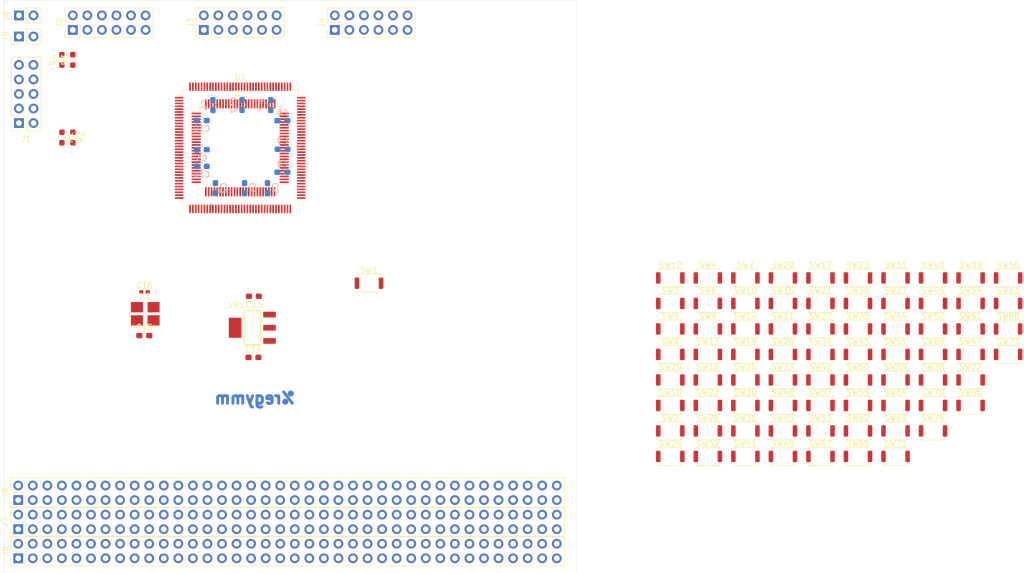
<source format=kicad_pcb>
(kicad_pcb (version 20171130) (host pcbnew 5.1.10)
  (layers (0 F.Cu signal) (31 B.Cu signal) (34 B.Paste user) (35 F.Paste user) (36 B.SilkS user) (37 F.SilkS user) (38 B.Mask user) (39 F.Mask user) (44 Edge.Cuts user))
  (net 0 "")
  (net 1 GND)
  (net 2 /TDI)
  (net 3 /TMS)
  (net 4 +3V3)
  (net 5 /TDO)
  (net 6 /TCK)
  (net 7 +5V)
  (net 8 /X0)
  (net 9 /Y0)
  (net 10 /X1)
  (net 11 /X2)
  (net 12 /X3)
  (net 13 /X4)
  (net 14 /X5)
  (net 15 /X6)
  (net 16 /X7)
  (net 17 /XA)
  (net 18 /Y1)
  (net 19 /Y2)
  (net 20 /Y3)
  (net 21 /Y4)
  (net 22 /Y5)
  (net 23 /Y6)
  (net 24 /Y7)
  (module Package_QFP:LQFP-100_14x14mm_P0.5mm (layer F.Cu) (at 116.205 80.772)
    (fp_text reference U2 (at 0 -9.42) (layer F.SilkS))
    (fp_text value EPM570T100)
    (pad 100 smd roundrect (at -6 -7.675) (size 0.3 1.6) (layers F.Cu F.Paste F.Mask))
    (pad 99 smd roundrect (at -5.5 -7.675) (size 0.3 1.6) (layers F.Cu F.Paste F.Mask))
    (pad 98 smd roundrect (at -5 -7.675) (size 0.3 1.6) (layers F.Cu F.Paste F.Mask))
    (pad 97 smd roundrect (at -4.5 -7.675) (size 0.3 1.6) (layers F.Cu F.Paste F.Mask))
    (pad 96 smd roundrect (at -4 -7.675) (size 0.3 1.6) (layers F.Cu F.Paste F.Mask))
    (pad 95 smd roundrect (at -3.5 -7.675) (size 0.3 1.6) (layers F.Cu F.Paste F.Mask))
    (pad 94 smd roundrect (at -3 -7.675) (size 0.3 1.6) (layers F.Cu F.Paste F.Mask) (net 4 +3V3))
    (pad 93 smd roundrect (at -2.5 -7.675) (size 0.3 1.6) (layers F.Cu F.Paste F.Mask) (net 1 GND))
    (pad 92 smd roundrect (at -2 -7.675) (size 0.3 1.6) (layers F.Cu F.Paste F.Mask))
    (pad 91 smd roundrect (at -1.5 -7.675) (size 0.3 1.6) (layers F.Cu F.Paste F.Mask))
    (pad 90 smd roundrect (at -1 -7.675) (size 0.3 1.6) (layers F.Cu F.Paste F.Mask) (net 1 GND))
    (pad 89 smd roundrect (at -0.5 -7.675) (size 0.3 1.6) (layers F.Cu F.Paste F.Mask))
    (pad 88 smd roundrect (at 0 -7.675) (size 0.3 1.6) (layers F.Cu F.Paste F.Mask) (net 4 +3V3))
    (pad 87 smd roundrect (at 0.5 -7.675) (size 0.3 1.6) (layers F.Cu F.Paste F.Mask))
    (pad 86 smd roundrect (at 1 -7.675) (size 0.3 1.6) (layers F.Cu F.Paste F.Mask))
    (pad 85 smd roundrect (at 1.5 -7.675) (size 0.3 1.6) (layers F.Cu F.Paste F.Mask))
    (pad 84 smd roundrect (at 2 -7.675) (size 0.3 1.6) (layers F.Cu F.Paste F.Mask))
    (pad 83 smd roundrect (at 2.5 -7.675) (size 0.3 1.6) (layers F.Cu F.Paste F.Mask))
    (pad 82 smd roundrect (at 3 -7.675) (size 0.3 1.6) (layers F.Cu F.Paste F.Mask))
    (pad 81 smd roundrect (at 3.5 -7.675) (size 0.3 1.6) (layers F.Cu F.Paste F.Mask))
    (pad 80 smd roundrect (at 4 -7.675) (size 0.3 1.6) (layers F.Cu F.Paste F.Mask) (net 4 +3V3))
    (pad 79 smd roundrect (at 4.5 -7.675) (size 0.3 1.6) (layers F.Cu F.Paste F.Mask) (net 1 GND))
    (pad 78 smd roundrect (at 5 -7.675) (size 0.3 1.6) (layers F.Cu F.Paste F.Mask))
    (pad 77 smd roundrect (at 5.5 -7.675) (size 0.3 1.6) (layers F.Cu F.Paste F.Mask))
    (pad 76 smd roundrect (at 6 -7.675) (size 0.3 1.6) (layers F.Cu F.Paste F.Mask))
    (pad 75 smd roundrect (at 7.675 -6) (size 1.6 0.3) (layers F.Cu F.Paste F.Mask))
    (pad 74 smd roundrect (at 7.675 -5.5) (size 1.6 0.3) (layers F.Cu F.Paste F.Mask))
    (pad 73 smd roundrect (at 7.675 -5) (size 1.6 0.3) (layers F.Cu F.Paste F.Mask))
    (pad 72 smd roundrect (at 7.675 -4.5) (size 1.6 0.3) (layers F.Cu F.Paste F.Mask))
    (pad 71 smd roundrect (at 7.675 -4) (size 1.6 0.3) (layers F.Cu F.Paste F.Mask))
    (pad 70 smd roundrect (at 7.675 -3.5) (size 1.6 0.3) (layers F.Cu F.Paste F.Mask))
    (pad 69 smd roundrect (at 7.675 -3) (size 1.6 0.3) (layers F.Cu F.Paste F.Mask))
    (pad 68 smd roundrect (at 7.675 -2.5) (size 1.6 0.3) (layers F.Cu F.Paste F.Mask))
    (pad 67 smd roundrect (at 7.675 -2) (size 1.6 0.3) (layers F.Cu F.Paste F.Mask))
    (pad 66 smd roundrect (at 7.675 -1.5) (size 1.6 0.3) (layers F.Cu F.Paste F.Mask))
    (pad 65 smd roundrect (at 7.675 -1) (size 1.6 0.3) (layers F.Cu F.Paste F.Mask) (net 1 GND))
    (pad 64 smd roundrect (at 7.675 -0.5) (size 1.6 0.3) (layers F.Cu F.Paste F.Mask))
    (pad 63 smd roundrect (at 7.675 0) (size 1.6 0.3) (layers F.Cu F.Paste F.Mask) (net 4 +3V3))
    (pad 62 smd roundrect (at 7.675 0.5) (size 1.6 0.3) (layers F.Cu F.Paste F.Mask))
    (pad 61 smd roundrect (at 7.675 1) (size 1.6 0.3) (layers F.Cu F.Paste F.Mask))
    (pad 60 smd roundrect (at 7.675 1.5) (size 1.6 0.3) (layers F.Cu F.Paste F.Mask) (net 1 GND))
    (pad 59 smd roundrect (at 7.675 2) (size 1.6 0.3) (layers F.Cu F.Paste F.Mask) (net 4 +3V3))
    (pad 58 smd roundrect (at 7.675 2.5) (size 1.6 0.3) (layers F.Cu F.Paste F.Mask))
    (pad 57 smd roundrect (at 7.675 3) (size 1.6 0.3) (layers F.Cu F.Paste F.Mask))
    (pad 56 smd roundrect (at 7.675 3.5) (size 1.6 0.3) (layers F.Cu F.Paste F.Mask))
    (pad 55 smd roundrect (at 7.675 4) (size 1.6 0.3) (layers F.Cu F.Paste F.Mask))
    (pad 54 smd roundrect (at 7.675 4.5) (size 1.6 0.3) (layers F.Cu F.Paste F.Mask))
    (pad 53 smd roundrect (at 7.675 5) (size 1.6 0.3) (layers F.Cu F.Paste F.Mask))
    (pad 52 smd roundrect (at 7.675 5.5) (size 1.6 0.3) (layers F.Cu F.Paste F.Mask))
    (pad 51 smd roundrect (at 7.675 6) (size 1.6 0.3) (layers F.Cu F.Paste F.Mask))
    (pad 50 smd roundrect (at 6 7.675) (size 0.3 1.6) (layers F.Cu F.Paste F.Mask))
    (pad 49 smd roundrect (at 5.5 7.675) (size 0.3 1.6) (layers F.Cu F.Paste F.Mask))
    (pad 48 smd roundrect (at 5 7.675) (size 0.3 1.6) (layers F.Cu F.Paste F.Mask))
    (pad 47 smd roundrect (at 4.5 7.675) (size 0.3 1.6) (layers F.Cu F.Paste F.Mask))
    (pad 46 smd roundrect (at 4 7.675) (size 0.3 1.6) (layers F.Cu F.Paste F.Mask) (net 1 GND))
    (pad 45 smd roundrect (at 3.5 7.675) (size 0.3 1.6) (layers F.Cu F.Paste F.Mask) (net 4 +3V3))
    (pad 44 smd roundrect (at 3 7.675) (size 0.3 1.6) (layers F.Cu F.Paste F.Mask))
    (pad 43 smd roundrect (at 2.5 7.675) (size 0.3 1.6) (layers F.Cu F.Paste F.Mask))
    (pad 42 smd roundrect (at 2 7.675) (size 0.3 1.6) (layers F.Cu F.Paste F.Mask))
    (pad 41 smd roundrect (at 1.5 7.675) (size 0.3 1.6) (layers F.Cu F.Paste F.Mask))
    (pad 40 smd roundrect (at 1 7.675) (size 0.3 1.6) (layers F.Cu F.Paste F.Mask))
    (pad 39 smd roundrect (at 0.5 7.675) (size 0.3 1.6) (layers F.Cu F.Paste F.Mask) (net 4 +3V3))
    (pad 38 smd roundrect (at 0 7.675) (size 0.3 1.6) (layers F.Cu F.Paste F.Mask))
    (pad 37 smd roundrect (at -0.5 7.675) (size 0.3 1.6) (layers F.Cu F.Paste F.Mask) (net 1 GND))
    (pad 36 smd roundrect (at -1 7.675) (size 0.3 1.6) (layers F.Cu F.Paste F.Mask))
    (pad 35 smd roundrect (at -1.5 7.675) (size 0.3 1.6) (layers F.Cu F.Paste F.Mask))
    (pad 34 smd roundrect (at -2 7.675) (size 0.3 1.6) (layers F.Cu F.Paste F.Mask))
    (pad 33 smd roundrect (at -2.5 7.675) (size 0.3 1.6) (layers F.Cu F.Paste F.Mask))
    (pad 32 smd roundrect (at -3 7.675) (size 0.3 1.6) (layers F.Cu F.Paste F.Mask) (net 1 GND))
    (pad 31 smd roundrect (at -3.5 7.675) (size 0.3 1.6) (layers F.Cu F.Paste F.Mask) (net 4 +3V3))
    (pad 30 smd roundrect (at -4 7.675) (size 0.3 1.6) (layers F.Cu F.Paste F.Mask))
    (pad 29 smd roundrect (at -4.5 7.675) (size 0.3 1.6) (layers F.Cu F.Paste F.Mask))
    (pad 28 smd roundrect (at -5 7.675) (size 0.3 1.6) (layers F.Cu F.Paste F.Mask))
    (pad 27 smd roundrect (at -5.5 7.675) (size 0.3 1.6) (layers F.Cu F.Paste F.Mask))
    (pad 26 smd roundrect (at -6 7.675) (size 0.3 1.6) (layers F.Cu F.Paste F.Mask))
    (pad 25 smd roundrect (at -7.675 6) (size 1.6 0.3) (layers F.Cu F.Paste F.Mask) (net 5 /TDO))
    (pad 24 smd roundrect (at -7.675 5.5) (size 1.6 0.3) (layers F.Cu F.Paste F.Mask) (net 6 /TCK))
    (pad 23 smd roundrect (at -7.675 5) (size 1.6 0.3) (layers F.Cu F.Paste F.Mask) (net 2 /TDI))
    (pad 22 smd roundrect (at -7.675 4.5) (size 1.6 0.3) (layers F.Cu F.Paste F.Mask) (net 3 /TMS))
    (pad 21 smd roundrect (at -7.675 4) (size 1.6 0.3) (layers F.Cu F.Paste F.Mask))
    (pad 20 smd roundrect (at -7.675 3.5) (size 1.6 0.3) (layers F.Cu F.Paste F.Mask))
    (pad 19 smd roundrect (at -7.675 3) (size 1.6 0.3) (layers F.Cu F.Paste F.Mask))
    (pad 18 smd roundrect (at -7.675 2.5) (size 1.6 0.3) (layers F.Cu F.Paste F.Mask))
    (pad 17 smd roundrect (at -7.675 2) (size 1.6 0.3) (layers F.Cu F.Paste F.Mask))
    (pad 16 smd roundrect (at -7.675 1.5) (size 1.6 0.3) (layers F.Cu F.Paste F.Mask))
    (pad 15 smd roundrect (at -7.675 1) (size 1.6 0.3) (layers F.Cu F.Paste F.Mask))
    (pad 14 smd roundrect (at -7.675 0.5) (size 1.6 0.3) (layers F.Cu F.Paste F.Mask))
    (pad 13 smd roundrect (at -7.675 0) (size 1.6 0.3) (layers F.Cu F.Paste F.Mask) (net 4 +3V3))
    (pad 12 smd roundrect (at -7.675 -0.5) (size 1.6 0.3) (layers F.Cu F.Paste F.Mask))
    (pad 11 smd roundrect (at -7.675 -1) (size 1.6 0.3) (layers F.Cu F.Paste F.Mask) (net 1 GND))
    (pad 10 smd roundrect (at -7.675 -1.5) (size 1.6 0.3) (layers F.Cu F.Paste F.Mask) (net 1 GND))
    (pad 9 smd roundrect (at -7.675 -2) (size 1.6 0.3) (layers F.Cu F.Paste F.Mask) (net 4 +3V3))
    (pad 8 smd roundrect (at -7.675 -2.5) (size 1.6 0.3) (layers F.Cu F.Paste F.Mask))
    (pad 7 smd roundrect (at -7.675 -3) (size 1.6 0.3) (layers F.Cu F.Paste F.Mask))
    (pad 6 smd roundrect (at -7.675 -3.5) (size 1.6 0.3) (layers F.Cu F.Paste F.Mask))
    (pad 5 smd roundrect (at -7.675 -4) (size 1.6 0.3) (layers F.Cu F.Paste F.Mask))
    (pad 4 smd roundrect (at -7.675 -4.5) (size 1.6 0.3) (layers F.Cu F.Paste F.Mask))
    (pad 3 smd roundrect (at -7.675 -5) (size 1.6 0.3) (layers F.Cu F.Paste F.Mask))
    (pad 2 smd roundrect (at -7.675 -5.5) (size 1.6 0.3) (layers F.Cu F.Paste F.Mask))
    (pad 1 smd roundrect (at -7.675 -6) (size 1.6 0.3) (layers F.Cu F.Paste F.Mask))
  )
  (module Button_Switch_SMD:SW_Push_SPST_NO_Alps_SKRK (layer F.Cu) (at 237.112 130.175)
    (fp_text reference SW74 (at 0 -2.25) (layer F.SilkS))
    (fp_text value KEY)
    (pad 1 smd roundrect (at -2.1 0) (size 0.8 2) (layers F.Cu F.Paste F.Mask) (net 17 /XA))
    (pad 2 smd roundrect (at 2.1 0) (size 0.8 2) (layers F.Cu F.Paste F.Mask))
  )
  (module Button_Switch_SMD:SW_Push_SPST_NO_Alps_SKRK (layer F.Cu) (at 250.212 116.825)
    (fp_text reference SW73 (at 0 -2.25) (layer F.SilkS))
    (fp_text value KEY)
    (pad 1 smd roundrect (at -2.1 0) (size 0.8 2) (layers F.Cu F.Paste F.Mask) (net 17 /XA))
    (pad 2 smd roundrect (at 2.1 0) (size 0.8 2) (layers F.Cu F.Paste F.Mask))
  )
  (module Button_Switch_SMD:SW_Push_SPST_NO_Alps_SKRK (layer F.Cu) (at 243.662 121.275)
    (fp_text reference SW72 (at 0 -2.25) (layer F.SilkS))
    (fp_text value KEY)
    (pad 1 smd roundrect (at -2.1 0) (size 0.8 2) (layers F.Cu F.Paste F.Mask) (net 17 /XA))
    (pad 2 smd roundrect (at 2.1 0) (size 0.8 2) (layers F.Cu F.Paste F.Mask))
  )
  (module Button_Switch_SMD:SW_Push_SPST_NO_Alps_SKRK (layer F.Cu) (at 230.562 134.625)
    (fp_text reference SW71 (at 0 -2.25) (layer F.SilkS))
    (fp_text value KEY)
    (pad 1 smd roundrect (at -2.1 0) (size 0.8 2) (layers F.Cu F.Paste F.Mask) (net 16 /X7))
    (pad 2 smd roundrect (at 2.1 0) (size 0.8 2) (layers F.Cu F.Paste F.Mask) (net 24 /Y7))
  )
  (module Button_Switch_SMD:SW_Push_SPST_NO_Alps_SKRK (layer F.Cu) (at 237.112 125.725)
    (fp_text reference SW70 (at 0 -2.25) (layer F.SilkS))
    (fp_text value KEY)
    (pad 1 smd roundrect (at -2.1 0) (size 0.8 2) (layers F.Cu F.Paste F.Mask) (net 15 /X6))
    (pad 2 smd roundrect (at 2.1 0) (size 0.8 2) (layers F.Cu F.Paste F.Mask) (net 24 /Y7))
  )
  (module Button_Switch_SMD:SW_Push_SPST_NO_Alps_SKRK (layer F.Cu) (at 230.562 130.175)
    (fp_text reference SW69 (at 0 -2.25) (layer F.SilkS))
    (fp_text value KEY)
    (pad 1 smd roundrect (at -2.1 0) (size 0.8 2) (layers F.Cu F.Paste F.Mask) (net 14 /X5))
    (pad 2 smd roundrect (at 2.1 0) (size 0.8 2) (layers F.Cu F.Paste F.Mask) (net 24 /Y7))
  )
  (module Button_Switch_SMD:SW_Push_SPST_NO_Alps_SKRK (layer F.Cu) (at 250.212 112.375)
    (fp_text reference SW68 (at 0 -2.25) (layer F.SilkS))
    (fp_text value KEY)
    (pad 1 smd roundrect (at -2.1 0) (size 0.8 2) (layers F.Cu F.Paste F.Mask) (net 13 /X4))
    (pad 2 smd roundrect (at 2.1 0) (size 0.8 2) (layers F.Cu F.Paste F.Mask) (net 24 /Y7))
  )
  (module Button_Switch_SMD:SW_Push_SPST_NO_Alps_SKRK (layer F.Cu) (at 217.462 134.625)
    (fp_text reference SW67 (at 0 -2.25) (layer F.SilkS))
    (fp_text value KEY)
    (pad 1 smd roundrect (at -2.1 0) (size 0.8 2) (layers F.Cu F.Paste F.Mask) (net 12 /X3))
    (pad 2 smd roundrect (at 2.1 0) (size 0.8 2) (layers F.Cu F.Paste F.Mask) (net 24 /Y7))
  )
  (module Button_Switch_SMD:SW_Push_SPST_NO_Alps_SKRK (layer F.Cu) (at 243.662 125.725)
    (fp_text reference SW66 (at 0 -2.25) (layer F.SilkS))
    (fp_text value KEY)
    (pad 1 smd roundrect (at -2.1 0) (size 0.8 2) (layers F.Cu F.Paste F.Mask) (net 11 /X2))
    (pad 2 smd roundrect (at 2.1 0) (size 0.8 2) (layers F.Cu F.Paste F.Mask) (net 24 /Y7))
  )
  (module Button_Switch_SMD:SW_Push_SPST_NO_Alps_SKRK (layer F.Cu) (at 224.012 134.625)
    (fp_text reference SW65 (at 0 -2.25) (layer F.SilkS))
    (fp_text value KEY)
    (pad 1 smd roundrect (at -2.1 0) (size 0.8 2) (layers F.Cu F.Paste F.Mask) (net 10 /X1))
    (pad 2 smd roundrect (at 2.1 0) (size 0.8 2) (layers F.Cu F.Paste F.Mask) (net 24 /Y7))
  )
  (module Button_Switch_SMD:SW_Push_SPST_NO_Alps_SKRK (layer F.Cu) (at 230.562 125.725)
    (fp_text reference SW64 (at 0 -2.25) (layer F.SilkS))
    (fp_text value KEY)
    (pad 1 smd roundrect (at -2.1 0) (size 0.8 2) (layers F.Cu F.Paste F.Mask) (net 8 /X0))
    (pad 2 smd roundrect (at 2.1 0) (size 0.8 2) (layers F.Cu F.Paste F.Mask) (net 24 /Y7))
  )
  (module Button_Switch_SMD:SW_Push_SPST_NO_Alps_SKRK (layer F.Cu) (at 250.212 107.925)
    (fp_text reference SW63 (at 0 -2.25) (layer F.SilkS))
    (fp_text value KEY)
    (pad 1 smd roundrect (at -2.1 0) (size 0.8 2) (layers F.Cu F.Paste F.Mask) (net 17 /XA))
    (pad 2 smd roundrect (at 2.1 0) (size 0.8 2) (layers F.Cu F.Paste F.Mask))
  )
  (module Button_Switch_SMD:SW_Push_SPST_NO_Alps_SKRK (layer F.Cu) (at 224.012 130.175)
    (fp_text reference SW62 (at 0 -2.25) (layer F.SilkS))
    (fp_text value KEY)
    (pad 1 smd roundrect (at -2.1 0) (size 0.8 2) (layers F.Cu F.Paste F.Mask) (net 16 /X7))
    (pad 2 smd roundrect (at 2.1 0) (size 0.8 2) (layers F.Cu F.Paste F.Mask) (net 23 /Y6))
  )
  (module Button_Switch_SMD:SW_Push_SPST_NO_Alps_SKRK (layer F.Cu) (at 243.662 112.375)
    (fp_text reference SW61 (at 0 -2.25) (layer F.SilkS))
    (fp_text value KEY)
    (pad 1 smd roundrect (at -2.1 0) (size 0.8 2) (layers F.Cu F.Paste F.Mask) (net 15 /X6))
    (pad 2 smd roundrect (at 2.1 0) (size 0.8 2) (layers F.Cu F.Paste F.Mask) (net 23 /Y6))
  )
  (module Button_Switch_SMD:SW_Push_SPST_NO_Alps_SKRK (layer F.Cu) (at 237.112 116.825)
    (fp_text reference SW60 (at 0 -2.25) (layer F.SilkS))
    (fp_text value KEY)
    (pad 1 smd roundrect (at -2.1 0) (size 0.8 2) (layers F.Cu F.Paste F.Mask) (net 14 /X5))
    (pad 2 smd roundrect (at 2.1 0) (size 0.8 2) (layers F.Cu F.Paste F.Mask) (net 23 /Y6))
  )
  (module Button_Switch_SMD:SW_Push_SPST_NO_Alps_SKRK (layer F.Cu) (at 230.562 121.275)
    (fp_text reference SW59 (at 0 -2.25) (layer F.SilkS))
    (fp_text value KEY)
    (pad 1 smd roundrect (at -2.1 0) (size 0.8 2) (layers F.Cu F.Paste F.Mask) (net 13 /X4))
    (pad 2 smd roundrect (at 2.1 0) (size 0.8 2) (layers F.Cu F.Paste F.Mask) (net 23 /Y6))
  )
  (module Button_Switch_SMD:SW_Push_SPST_NO_Alps_SKRK (layer F.Cu) (at 224.012 107.925)
    (fp_text reference SW58 (at 0 -2.25) (layer F.SilkS))
    (fp_text value KEY)
    (pad 1 smd roundrect (at -2.1 0) (size 0.8 2) (layers F.Cu F.Paste F.Mask) (net 12 /X3))
    (pad 2 smd roundrect (at 2.1 0) (size 0.8 2) (layers F.Cu F.Paste F.Mask) (net 23 /Y6))
  )
  (module Button_Switch_SMD:SW_Push_SPST_NO_Alps_SKRK (layer F.Cu) (at 217.462 125.725)
    (fp_text reference SW57 (at 0 -2.25) (layer F.SilkS))
    (fp_text value KEY)
    (pad 1 smd roundrect (at -2.1 0) (size 0.8 2) (layers F.Cu F.Paste F.Mask) (net 11 /X2))
    (pad 2 smd roundrect (at 2.1 0) (size 0.8 2) (layers F.Cu F.Paste F.Mask) (net 23 /Y6))
  )
  (module Button_Switch_SMD:SW_Push_SPST_NO_Alps_SKRK (layer F.Cu) (at 250.212 103.475)
    (fp_text reference SW56 (at 0 -2.25) (layer F.SilkS))
    (fp_text value KEY)
    (pad 1 smd roundrect (at -2.1 0) (size 0.8 2) (layers F.Cu F.Paste F.Mask) (net 10 /X1))
    (pad 2 smd roundrect (at 2.1 0) (size 0.8 2) (layers F.Cu F.Paste F.Mask) (net 23 /Y6))
  )
  (module Button_Switch_SMD:SW_Push_SPST_NO_Alps_SKRK (layer F.Cu) (at 224.012 125.725)
    (fp_text reference SW55 (at 0 -2.25) (layer F.SilkS))
    (fp_text value KEY)
    (pad 1 smd roundrect (at -2.1 0) (size 0.8 2) (layers F.Cu F.Paste F.Mask) (net 8 /X0))
    (pad 2 smd roundrect (at 2.1 0) (size 0.8 2) (layers F.Cu F.Paste F.Mask) (net 23 /Y6))
  )
  (module Button_Switch_SMD:SW_Push_SPST_NO_Alps_SKRK (layer F.Cu) (at 243.662 107.925)
    (fp_text reference SW54 (at 0 -2.25) (layer F.SilkS))
    (fp_text value KEY)
    (pad 1 smd roundrect (at -2.1 0) (size 0.8 2) (layers F.Cu F.Paste F.Mask) (net 17 /XA))
    (pad 2 smd roundrect (at 2.1 0) (size 0.8 2) (layers F.Cu F.Paste F.Mask))
  )
  (module Button_Switch_SMD:SW_Push_SPST_NO_Alps_SKRK (layer F.Cu) (at 217.462 130.175)
    (fp_text reference SW53 (at 0 -2.25) (layer F.SilkS))
    (fp_text value KEY)
    (pad 1 smd roundrect (at -2.1 0) (size 0.8 2) (layers F.Cu F.Paste F.Mask) (net 16 /X7))
    (pad 2 smd roundrect (at 2.1 0) (size 0.8 2) (layers F.Cu F.Paste F.Mask) (net 22 /Y5))
  )
  (module Button_Switch_SMD:SW_Push_SPST_NO_Alps_SKRK (layer F.Cu) (at 237.112 112.375)
    (fp_text reference SW52 (at 0 -2.25) (layer F.SilkS))
    (fp_text value KEY)
    (pad 1 smd roundrect (at -2.1 0) (size 0.8 2) (layers F.Cu F.Paste F.Mask) (net 15 /X6))
    (pad 2 smd roundrect (at 2.1 0) (size 0.8 2) (layers F.Cu F.Paste F.Mask) (net 22 /Y5))
  )
  (module Button_Switch_SMD:SW_Push_SPST_NO_Alps_SKRK (layer F.Cu) (at 230.562 116.825)
    (fp_text reference SW51 (at 0 -2.25) (layer F.SilkS))
    (fp_text value KEY)
    (pad 1 smd roundrect (at -2.1 0) (size 0.8 2) (layers F.Cu F.Paste F.Mask) (net 14 /X5))
    (pad 2 smd roundrect (at 2.1 0) (size 0.8 2) (layers F.Cu F.Paste F.Mask) (net 22 /Y5))
  )
  (module Button_Switch_SMD:SW_Push_SPST_NO_Alps_SKRK (layer F.Cu) (at 224.012 121.275)
    (fp_text reference SW50 (at 0 -2.25) (layer F.SilkS))
    (fp_text value KEY)
    (pad 1 smd roundrect (at -2.1 0) (size 0.8 2) (layers F.Cu F.Paste F.Mask) (net 13 /X4))
    (pad 2 smd roundrect (at 2.1 0) (size 0.8 2) (layers F.Cu F.Paste F.Mask) (net 22 /Y5))
  )
  (module Button_Switch_SMD:SW_Push_SPST_NO_Alps_SKRK (layer F.Cu) (at 210.912 134.625)
    (fp_text reference SW49 (at 0 -2.25) (layer F.SilkS))
    (fp_text value KEY)
    (pad 1 smd roundrect (at -2.1 0) (size 0.8 2) (layers F.Cu F.Paste F.Mask) (net 12 /X3))
    (pad 2 smd roundrect (at 2.1 0) (size 0.8 2) (layers F.Cu F.Paste F.Mask) (net 22 /Y5))
  )
  (module Button_Switch_SMD:SW_Push_SPST_NO_Alps_SKRK (layer F.Cu) (at 210.912 125.725)
    (fp_text reference SW48 (at 0 -2.25) (layer F.SilkS))
    (fp_text value KEY)
    (pad 1 smd roundrect (at -2.1 0) (size 0.8 2) (layers F.Cu F.Paste F.Mask) (net 11 /X2))
    (pad 2 smd roundrect (at 2.1 0) (size 0.8 2) (layers F.Cu F.Paste F.Mask) (net 22 /Y5))
  )
  (module Button_Switch_SMD:SW_Push_SPST_NO_Alps_SKRK (layer F.Cu) (at 243.662 116.825)
    (fp_text reference SW47 (at 0 -2.25) (layer F.SilkS))
    (fp_text value KEY)
    (pad 1 smd roundrect (at -2.1 0) (size 0.8 2) (layers F.Cu F.Paste F.Mask) (net 10 /X1))
    (pad 2 smd roundrect (at 2.1 0) (size 0.8 2) (layers F.Cu F.Paste F.Mask) (net 22 /Y5))
  )
  (module Button_Switch_SMD:SW_Push_SPST_NO_Alps_SKRK (layer F.Cu) (at 237.112 107.925)
    (fp_text reference SW46 (at 0 -2.25) (layer F.SilkS))
    (fp_text value KEY)
    (pad 1 smd roundrect (at -2.1 0) (size 0.8 2) (layers F.Cu F.Paste F.Mask) (net 8 /X0))
    (pad 2 smd roundrect (at 2.1 0) (size 0.8 2) (layers F.Cu F.Paste F.Mask) (net 22 /Y5))
  )
  (module Button_Switch_SMD:SW_Push_SPST_NO_Alps_SKRK (layer F.Cu) (at 210.912 130.175)
    (fp_text reference SW45 (at 0 -2.25) (layer F.SilkS))
    (fp_text value KEY)
    (pad 1 smd roundrect (at -2.1 0) (size 0.8 2) (layers F.Cu F.Paste F.Mask) (net 17 /XA))
    (pad 2 smd roundrect (at 2.1 0) (size 0.8 2) (layers F.Cu F.Paste F.Mask))
  )
  (module Button_Switch_SMD:SW_Push_SPST_NO_Alps_SKRK (layer F.Cu) (at 230.562 112.375)
    (fp_text reference SW44 (at 0 -2.25) (layer F.SilkS))
    (fp_text value KEY)
    (pad 1 smd roundrect (at -2.1 0) (size 0.8 2) (layers F.Cu F.Paste F.Mask) (net 16 /X7))
    (pad 2 smd roundrect (at 2.1 0) (size 0.8 2) (layers F.Cu F.Paste F.Mask) (net 21 /Y4))
  )
  (module Button_Switch_SMD:SW_Push_SPST_NO_Alps_SKRK (layer F.Cu) (at 224.012 116.825)
    (fp_text reference SW43 (at 0 -2.25) (layer F.SilkS))
    (fp_text value KEY)
    (pad 1 smd roundrect (at -2.1 0) (size 0.8 2) (layers F.Cu F.Paste F.Mask) (net 15 /X6))
    (pad 2 smd roundrect (at 2.1 0) (size 0.8 2) (layers F.Cu F.Paste F.Mask) (net 21 /Y4))
  )
  (module Button_Switch_SMD:SW_Push_SPST_NO_Alps_SKRK (layer F.Cu) (at 217.462 121.275)
    (fp_text reference SW42 (at 0 -2.25) (layer F.SilkS))
    (fp_text value KEY)
    (pad 1 smd roundrect (at -2.1 0) (size 0.8 2) (layers F.Cu F.Paste F.Mask) (net 14 /X5))
    (pad 2 smd roundrect (at 2.1 0) (size 0.8 2) (layers F.Cu F.Paste F.Mask) (net 21 /Y4))
  )
  (module Button_Switch_SMD:SW_Push_SPST_NO_Alps_SKRK (layer F.Cu) (at 204.362 134.625)
    (fp_text reference SW41 (at 0 -2.25) (layer F.SilkS))
    (fp_text value KEY)
    (pad 1 smd roundrect (at -2.1 0) (size 0.8 2) (layers F.Cu F.Paste F.Mask) (net 13 /X4))
    (pad 2 smd roundrect (at 2.1 0) (size 0.8 2) (layers F.Cu F.Paste F.Mask) (net 21 /Y4))
  )
  (module Button_Switch_SMD:SW_Push_SPST_NO_Alps_SKRK (layer F.Cu) (at 237.112 103.475)
    (fp_text reference SW40 (at 0 -2.25) (layer F.SilkS))
    (fp_text value KEY)
    (pad 1 smd roundrect (at -2.1 0) (size 0.8 2) (layers F.Cu F.Paste F.Mask) (net 12 /X3))
    (pad 2 smd roundrect (at 2.1 0) (size 0.8 2) (layers F.Cu F.Paste F.Mask) (net 21 /Y4))
  )
  (module Button_Switch_SMD:SW_Push_SPST_NO_Alps_SKRK (layer F.Cu) (at 243.662 103.475)
    (fp_text reference SW39 (at 0 -2.25) (layer F.SilkS))
    (fp_text value KEY)
    (pad 1 smd roundrect (at -2.1 0) (size 0.8 2) (layers F.Cu F.Paste F.Mask) (net 11 /X2))
    (pad 2 smd roundrect (at 2.1 0) (size 0.8 2) (layers F.Cu F.Paste F.Mask) (net 21 /Y4))
  )
  (module Button_Switch_SMD:SW_Push_SPST_NO_Alps_SKRK (layer F.Cu) (at 237.112 121.275)
    (fp_text reference SW38 (at 0 -2.25) (layer F.SilkS))
    (fp_text value KEY)
    (pad 1 smd roundrect (at -2.1 0) (size 0.8 2) (layers F.Cu F.Paste F.Mask) (net 10 /X1))
    (pad 2 smd roundrect (at 2.1 0) (size 0.8 2) (layers F.Cu F.Paste F.Mask) (net 21 /Y4))
  )
  (module Button_Switch_SMD:SW_Push_SPST_NO_Alps_SKRK (layer F.Cu) (at 230.562 107.925)
    (fp_text reference SW37 (at 0 -2.25) (layer F.SilkS))
    (fp_text value KEY)
    (pad 1 smd roundrect (at -2.1 0) (size 0.8 2) (layers F.Cu F.Paste F.Mask) (net 8 /X0))
    (pad 2 smd roundrect (at 2.1 0) (size 0.8 2) (layers F.Cu F.Paste F.Mask) (net 21 /Y4))
  )
  (module Button_Switch_SMD:SW_Push_SPST_NO_Alps_SKRK (layer F.Cu) (at 204.362 130.175)
    (fp_text reference SW36 (at 0 -2.25) (layer F.SilkS))
    (fp_text value KEY)
    (pad 1 smd roundrect (at -2.1 0) (size 0.8 2) (layers F.Cu F.Paste F.Mask) (net 17 /XA))
    (pad 2 smd roundrect (at 2.1 0) (size 0.8 2) (layers F.Cu F.Paste F.Mask))
  )
  (module Button_Switch_SMD:SW_Push_SPST_NO_Alps_SKRK (layer F.Cu) (at 224.012 112.375)
    (fp_text reference SW35 (at 0 -2.25) (layer F.SilkS))
    (fp_text value KEY)
    (pad 1 smd roundrect (at -2.1 0) (size 0.8 2) (layers F.Cu F.Paste F.Mask) (net 16 /X7))
    (pad 2 smd roundrect (at 2.1 0) (size 0.8 2) (layers F.Cu F.Paste F.Mask) (net 20 /Y3))
  )
  (module Button_Switch_SMD:SW_Push_SPST_NO_Alps_SKRK (layer F.Cu) (at 217.462 116.825)
    (fp_text reference SW34 (at 0 -2.25) (layer F.SilkS))
    (fp_text value KEY)
    (pad 1 smd roundrect (at -2.1 0) (size 0.8 2) (layers F.Cu F.Paste F.Mask) (net 15 /X6))
    (pad 2 smd roundrect (at 2.1 0) (size 0.8 2) (layers F.Cu F.Paste F.Mask) (net 20 /Y3))
  )
  (module Button_Switch_SMD:SW_Push_SPST_NO_Alps_SKRK (layer F.Cu) (at 210.912 121.275)
    (fp_text reference SW33 (at 0 -2.25) (layer F.SilkS))
    (fp_text value KEY)
    (pad 1 smd roundrect (at -2.1 0) (size 0.8 2) (layers F.Cu F.Paste F.Mask) (net 14 /X5))
    (pad 2 smd roundrect (at 2.1 0) (size 0.8 2) (layers F.Cu F.Paste F.Mask) (net 20 /Y3))
  )
  (module Button_Switch_SMD:SW_Push_SPST_NO_Alps_SKRK (layer F.Cu) (at 197.812 134.625)
    (fp_text reference SW32 (at 0 -2.25) (layer F.SilkS))
    (fp_text value KEY)
    (pad 1 smd roundrect (at -2.1 0) (size 0.8 2) (layers F.Cu F.Paste F.Mask) (net 13 /X4))
    (pad 2 smd roundrect (at 2.1 0) (size 0.8 2) (layers F.Cu F.Paste F.Mask) (net 20 /Y3))
  )
  (module Button_Switch_SMD:SW_Push_SPST_NO_Alps_SKRK (layer F.Cu) (at 230.562 103.475)
    (fp_text reference SW31 (at 0 -2.25) (layer F.SilkS))
    (fp_text value KEY)
    (pad 1 smd roundrect (at -2.1 0) (size 0.8 2) (layers F.Cu F.Paste F.Mask) (net 12 /X3))
    (pad 2 smd roundrect (at 2.1 0) (size 0.8 2) (layers F.Cu F.Paste F.Mask) (net 20 /Y3))
  )
  (module Button_Switch_SMD:SW_Push_SPST_NO_Alps_SKRK (layer F.Cu) (at 204.362 125.725)
    (fp_text reference SW30 (at 0 -2.25) (layer F.SilkS))
    (fp_text value KEY)
    (pad 1 smd roundrect (at -2.1 0) (size 0.8 2) (layers F.Cu F.Paste F.Mask) (net 11 /X2))
    (pad 2 smd roundrect (at 2.1 0) (size 0.8 2) (layers F.Cu F.Paste F.Mask) (net 20 /Y3))
  )
  (module Button_Switch_SMD:SW_Push_SPST_NO_Alps_SKRK (layer F.Cu) (at 191.262 121.275)
    (fp_text reference SW29 (at 0 -2.25) (layer F.SilkS))
    (fp_text value KEY)
    (pad 1 smd roundrect (at -2.1 0) (size 0.8 2) (layers F.Cu F.Paste F.Mask) (net 10 /X1))
    (pad 2 smd roundrect (at 2.1 0) (size 0.8 2) (layers F.Cu F.Paste F.Mask) (net 20 /Y3))
  )
  (module Button_Switch_SMD:SW_Push_SPST_NO_Alps_SKRK (layer F.Cu) (at 197.812 130.175)
    (fp_text reference SW28 (at 0 -2.25) (layer F.SilkS))
    (fp_text value KEY)
    (pad 1 smd roundrect (at -2.1 0) (size 0.8 2) (layers F.Cu F.Paste F.Mask) (net 8 /X0))
    (pad 2 smd roundrect (at 2.1 0) (size 0.8 2) (layers F.Cu F.Paste F.Mask) (net 20 /Y3))
  )
  (module Button_Switch_SMD:SW_Push_SPST_NO_Alps_SKRK (layer F.Cu) (at 217.462 112.375)
    (fp_text reference SW27 (at 0 -2.25) (layer F.SilkS))
    (fp_text value KEY)
    (pad 1 smd roundrect (at -2.1 0) (size 0.8 2) (layers F.Cu F.Paste F.Mask) (net 17 /XA))
    (pad 2 smd roundrect (at 2.1 0) (size 0.8 2) (layers F.Cu F.Paste F.Mask))
  )
  (module Button_Switch_SMD:SW_Push_SPST_NO_Alps_SKRK (layer F.Cu) (at 210.912 116.825)
    (fp_text reference SW26 (at 0 -2.25) (layer F.SilkS))
    (fp_text value KEY)
    (pad 1 smd roundrect (at -2.1 0) (size 0.8 2) (layers F.Cu F.Paste F.Mask) (net 16 /X7))
    (pad 2 smd roundrect (at 2.1 0) (size 0.8 2) (layers F.Cu F.Paste F.Mask) (net 19 /Y2))
  )
  (module Button_Switch_SMD:SW_Push_SPST_NO_Alps_SKRK (layer F.Cu) (at 204.362 121.275)
    (fp_text reference SW25 (at 0 -2.25) (layer F.SilkS))
    (fp_text value KEY)
    (pad 1 smd roundrect (at -2.1 0) (size 0.8 2) (layers F.Cu F.Paste F.Mask) (net 15 /X6))
    (pad 2 smd roundrect (at 2.1 0) (size 0.8 2) (layers F.Cu F.Paste F.Mask) (net 19 /Y2))
  )
  (module Button_Switch_SMD:SW_Push_SPST_NO_Alps_SKRK (layer F.Cu) (at 191.262 134.625)
    (fp_text reference SW24 (at 0 -2.25) (layer F.SilkS))
    (fp_text value KEY)
    (pad 1 smd roundrect (at -2.1 0) (size 0.8 2) (layers F.Cu F.Paste F.Mask) (net 14 /X5))
    (pad 2 smd roundrect (at 2.1 0) (size 0.8 2) (layers F.Cu F.Paste F.Mask) (net 19 /Y2))
  )
  (module Button_Switch_SMD:SW_Push_SPST_NO_Alps_SKRK (layer F.Cu) (at 224.012 103.475)
    (fp_text reference SW23 (at 0 -2.25) (layer F.SilkS))
    (fp_text value KEY)
    (pad 1 smd roundrect (at -2.1 0) (size 0.8 2) (layers F.Cu F.Paste F.Mask) (net 13 /X4))
    (pad 2 smd roundrect (at 2.1 0) (size 0.8 2) (layers F.Cu F.Paste F.Mask) (net 19 /Y2))
  )
  (module Button_Switch_SMD:SW_Push_SPST_NO_Alps_SKRK (layer F.Cu) (at 197.812 125.725)
    (fp_text reference SW22 (at 0 -2.25) (layer F.SilkS))
    (fp_text value KEY)
    (pad 1 smd roundrect (at -2.1 0) (size 0.8 2) (layers F.Cu F.Paste F.Mask) (net 12 /X3))
    (pad 2 smd roundrect (at 2.1 0) (size 0.8 2) (layers F.Cu F.Paste F.Mask) (net 19 /Y2))
  )
  (module Button_Switch_SMD:SW_Push_SPST_NO_Alps_SKRK (layer F.Cu) (at 217.462 107.925)
    (fp_text reference SW21 (at 0 -2.25) (layer F.SilkS))
    (fp_text value KEY)
    (pad 1 smd roundrect (at -2.1 0) (size 0.8 2) (layers F.Cu F.Paste F.Mask) (net 11 /X2))
    (pad 2 smd roundrect (at 2.1 0) (size 0.8 2) (layers F.Cu F.Paste F.Mask) (net 19 /Y2))
  )
  (module Button_Switch_SMD:SW_Push_SPST_NO_Alps_SKRK (layer F.Cu) (at 210.912 103.475)
    (fp_text reference SW20 (at 0 -2.25) (layer F.SilkS))
    (fp_text value KEY)
    (pad 1 smd roundrect (at -2.1 0) (size 0.8 2) (layers F.Cu F.Paste F.Mask) (net 10 /X1))
    (pad 2 smd roundrect (at 2.1 0) (size 0.8 2) (layers F.Cu F.Paste F.Mask) (net 19 /Y2))
  )
  (module Button_Switch_SMD:SW_Push_SPST_NO_Alps_SKRK (layer F.Cu) (at 204.362 116.825)
    (fp_text reference SW19 (at 0 -2.25) (layer F.SilkS))
    (fp_text value KEY)
    (pad 1 smd roundrect (at -2.1 0) (size 0.8 2) (layers F.Cu F.Paste F.Mask) (net 8 /X0))
    (pad 2 smd roundrect (at 2.1 0) (size 0.8 2) (layers F.Cu F.Paste F.Mask) (net 19 /Y2))
  )
  (module Button_Switch_SMD:SW_Push_SPST_NO_Alps_SKRK (layer F.Cu) (at 197.812 121.275)
    (fp_text reference SW18 (at 0 -2.25) (layer F.SilkS))
    (fp_text value KEY)
    (pad 1 smd roundrect (at -2.1 0) (size 0.8 2) (layers F.Cu F.Paste F.Mask) (net 17 /XA))
    (pad 2 smd roundrect (at 2.1 0) (size 0.8 2) (layers F.Cu F.Paste F.Mask))
  )
  (module Button_Switch_SMD:SW_Push_SPST_NO_Alps_SKRK (layer F.Cu) (at 217.462 103.475)
    (fp_text reference SW17 (at 0 -2.25) (layer F.SilkS))
    (fp_text value KEY)
    (pad 1 smd roundrect (at -2.1 0) (size 0.8 2) (layers F.Cu F.Paste F.Mask) (net 16 /X7))
    (pad 2 smd roundrect (at 2.1 0) (size 0.8 2) (layers F.Cu F.Paste F.Mask) (net 18 /Y1))
  )
  (module Button_Switch_SMD:SW_Push_SPST_NO_Alps_SKRK (layer F.Cu) (at 191.262 125.725)
    (fp_text reference SW16 (at 0 -2.25) (layer F.SilkS))
    (fp_text value KEY)
    (pad 1 smd roundrect (at -2.1 0) (size 0.8 2) (layers F.Cu F.Paste F.Mask) (net 15 /X6))
    (pad 2 smd roundrect (at 2.1 0) (size 0.8 2) (layers F.Cu F.Paste F.Mask) (net 18 /Y1))
  )
  (module Button_Switch_SMD:SW_Push_SPST_NO_Alps_SKRK (layer F.Cu) (at 210.912 107.925)
    (fp_text reference SW15 (at 0 -2.25) (layer F.SilkS))
    (fp_text value KEY)
    (pad 1 smd roundrect (at -2.1 0) (size 0.8 2) (layers F.Cu F.Paste F.Mask) (net 14 /X5))
    (pad 2 smd roundrect (at 2.1 0) (size 0.8 2) (layers F.Cu F.Paste F.Mask) (net 18 /Y1))
  )
  (module Button_Switch_SMD:SW_Push_SPST_NO_Alps_SKRK (layer F.Cu) (at 204.362 112.375)
    (fp_text reference SW14 (at 0 -2.25) (layer F.SilkS))
    (fp_text value KEY)
    (pad 1 smd roundrect (at -2.1 0) (size 0.8 2) (layers F.Cu F.Paste F.Mask) (net 13 /X4))
    (pad 2 smd roundrect (at 2.1 0) (size 0.8 2) (layers F.Cu F.Paste F.Mask) (net 18 /Y1))
  )
  (module Button_Switch_SMD:SW_Push_SPST_NO_Alps_SKRK (layer F.Cu) (at 197.812 116.825)
    (fp_text reference SW13 (at 0 -2.25) (layer F.SilkS))
    (fp_text value KEY)
    (pad 1 smd roundrect (at -2.1 0) (size 0.8 2) (layers F.Cu F.Paste F.Mask) (net 12 /X3))
    (pad 2 smd roundrect (at 2.1 0) (size 0.8 2) (layers F.Cu F.Paste F.Mask) (net 18 /Y1))
  )
  (module Button_Switch_SMD:SW_Push_SPST_NO_Alps_SKRK (layer F.Cu) (at 191.262 103.475)
    (fp_text reference SW12 (at 0 -2.25) (layer F.SilkS))
    (fp_text value KEY)
    (pad 1 smd roundrect (at -2.1 0) (size 0.8 2) (layers F.Cu F.Paste F.Mask) (net 11 /X2))
    (pad 2 smd roundrect (at 2.1 0) (size 0.8 2) (layers F.Cu F.Paste F.Mask) (net 18 /Y1))
  )
  (module Button_Switch_SMD:SW_Push_SPST_NO_Alps_SKRK (layer F.Cu) (at 210.912 112.375)
    (fp_text reference SW11 (at 0 -2.25) (layer F.SilkS))
    (fp_text value KEY)
    (pad 1 smd roundrect (at -2.1 0) (size 0.8 2) (layers F.Cu F.Paste F.Mask) (net 10 /X1))
    (pad 2 smd roundrect (at 2.1 0) (size 0.8 2) (layers F.Cu F.Paste F.Mask) (net 18 /Y1))
  )
  (module Button_Switch_SMD:SW_Push_SPST_NO_Alps_SKRK (layer F.Cu) (at 204.362 107.925)
    (fp_text reference SW10 (at 0 -2.25) (layer F.SilkS))
    (fp_text value KEY)
    (pad 1 smd roundrect (at -2.1 0) (size 0.8 2) (layers F.Cu F.Paste F.Mask) (net 8 /X0))
    (pad 2 smd roundrect (at 2.1 0) (size 0.8 2) (layers F.Cu F.Paste F.Mask) (net 18 /Y1))
  )
  (module Button_Switch_SMD:SW_Push_SPST_NO_Alps_SKRK (layer F.Cu) (at 197.812 112.375)
    (fp_text reference SW9 (at 0 -2.25) (layer F.SilkS))
    (fp_text value KEY)
    (pad 1 smd roundrect (at -2.1 0) (size 0.8 2) (layers F.Cu F.Paste F.Mask) (net 17 /XA))
    (pad 2 smd roundrect (at 2.1 0) (size 0.8 2) (layers F.Cu F.Paste F.Mask))
  )
  (module Button_Switch_SMD:SW_Push_SPST_NO_Alps_SKRK (layer F.Cu) (at 191.262 116.825)
    (fp_text reference SW8 (at 0 -2.25) (layer F.SilkS))
    (fp_text value KEY)
    (pad 1 smd roundrect (at -2.1 0) (size 0.8 2) (layers F.Cu F.Paste F.Mask) (net 16 /X7))
    (pad 2 smd roundrect (at 2.1 0) (size 0.8 2) (layers F.Cu F.Paste F.Mask) (net 9 /Y0))
  )
  (module Button_Switch_SMD:SW_Push_SPST_NO_Alps_SKRK (layer F.Cu) (at 204.362 103.475)
    (fp_text reference SW7 (at 0 -2.25) (layer F.SilkS))
    (fp_text value KEY)
    (pad 1 smd roundrect (at -2.1 0) (size 0.8 2) (layers F.Cu F.Paste F.Mask) (net 15 /X6))
    (pad 2 smd roundrect (at 2.1 0) (size 0.8 2) (layers F.Cu F.Paste F.Mask) (net 9 /Y0))
  )
  (module Button_Switch_SMD:SW_Push_SPST_NO_Alps_SKRK (layer F.Cu) (at 197.812 107.925)
    (fp_text reference SW6 (at 0 -2.25) (layer F.SilkS))
    (fp_text value KEY)
    (pad 1 smd roundrect (at -2.1 0) (size 0.8 2) (layers F.Cu F.Paste F.Mask) (net 14 /X5))
    (pad 2 smd roundrect (at 2.1 0) (size 0.8 2) (layers F.Cu F.Paste F.Mask) (net 9 /Y0))
  )
  (module Button_Switch_SMD:SW_Push_SPST_NO_Alps_SKRK (layer F.Cu) (at 191.262 112.375)
    (fp_text reference SW5 (at 0 -2.25) (layer F.SilkS))
    (fp_text value KEY)
    (pad 1 smd roundrect (at -2.1 0) (size 0.8 2) (layers F.Cu F.Paste F.Mask) (net 13 /X4))
    (pad 2 smd roundrect (at 2.1 0) (size 0.8 2) (layers F.Cu F.Paste F.Mask) (net 9 /Y0))
  )
  (module Button_Switch_SMD:SW_Push_SPST_NO_Alps_SKRK (layer F.Cu) (at 197.812 103.475)
    (fp_text reference SW4 (at 0 -2.25) (layer F.SilkS))
    (fp_text value KEY)
    (pad 1 smd roundrect (at -2.1 0) (size 0.8 2) (layers F.Cu F.Paste F.Mask) (net 12 /X3))
    (pad 2 smd roundrect (at 2.1 0) (size 0.8 2) (layers F.Cu F.Paste F.Mask) (net 9 /Y0))
  )
  (module Button_Switch_SMD:SW_Push_SPST_NO_Alps_SKRK (layer F.Cu) (at 191.262 107.925)
    (fp_text reference SW3 (at 0 -2.25) (layer F.SilkS))
    (fp_text value KEY)
    (pad 1 smd roundrect (at -2.1 0) (size 0.8 2) (layers F.Cu F.Paste F.Mask) (net 11 /X2))
    (pad 2 smd roundrect (at 2.1 0) (size 0.8 2) (layers F.Cu F.Paste F.Mask) (net 9 /Y0))
  )
  (module Button_Switch_SMD:SW_Push_SPST_NO_Alps_SKRK (layer F.Cu) (at 191.262 130.175)
    (fp_text reference SW2 (at 0 -2.25) (layer F.SilkS))
    (fp_text value KEY)
    (pad 1 smd roundrect (at -2.1 0) (size 0.8 2) (layers F.Cu F.Paste F.Mask) (net 10 /X1))
    (pad 2 smd roundrect (at 2.1 0) (size 0.8 2) (layers F.Cu F.Paste F.Mask) (net 9 /Y0))
  )
  (module Button_Switch_SMD:SW_Push_SPST_NO_Alps_SKRK (layer F.Cu) (at 138.684 104.394)
    (fp_text reference SW1 (at 0 -2.25) (layer F.SilkS))
    (fp_text value KEY)
    (pad 1 smd roundrect (at -2.1 0) (size 0.8 2) (layers F.Cu F.Paste F.Mask) (net 8 /X0))
    (pad 2 smd roundrect (at 2.1 0) (size 0.8 2) (layers F.Cu F.Paste F.Mask) (net 9 /Y0))
  )
  (module Connector_PinSocket_2.54mm:PinSocket_2x05_P2.54mm_Vertical (layer F.Cu) (at 77.597 76.454 180)
    (fp_text reference J1 (at -1.27 -2.77) (layer F.SilkS))
    (fp_text value JTAG)
    (pad 10 thru_hole oval (at -2.54 10.16 180) (size 1.7 1.7) (drill 1) (layers *.Cu *.Mask) (net 1 GND))
    (pad 9 thru_hole oval (at 0 10.16 180) (size 1.7 1.7) (drill 1) (layers *.Cu *.Mask) (net 2 /TDI))
    (pad 8 thru_hole oval (at -2.54 7.62 180) (size 1.7 1.7) (drill 1) (layers *.Cu *.Mask))
    (pad 7 thru_hole oval (at 0 7.62 180) (size 1.7 1.7) (drill 1) (layers *.Cu *.Mask))
    (pad 6 thru_hole oval (at -2.54 5.08 180) (size 1.7 1.7) (drill 1) (layers *.Cu *.Mask))
    (pad 5 thru_hole oval (at 0 5.08 180) (size 1.7 1.7) (drill 1) (layers *.Cu *.Mask) (net 3 /TMS))
    (pad 4 thru_hole oval (at -2.54 2.54 180) (size 1.7 1.7) (drill 1) (layers *.Cu *.Mask) (net 4 +3V3))
    (pad 3 thru_hole oval (at 0 2.54 180) (size 1.7 1.7) (drill 1) (layers *.Cu *.Mask) (net 5 /TDO))
    (pad 2 thru_hole oval (at -2.54 0 180) (size 1.7 1.7) (drill 1) (layers *.Cu *.Mask) (net 1 GND))
    (pad 1 thru_hole rect (at 0 0 180) (size 1.7 1.7) (drill 1) (layers *.Cu *.Mask) (net 6 /TCK))
  )
  (module Connector_PinHeader_2.54mm:PinHeader_1x02_P2.54mm_Vertical (layer F.Cu) (at 77.597 61.341 90)
    (fp_text reference J9 (at 0 -2.33 90) (layer F.SilkS))
    (fp_text value 3V3G)
    (pad 2 thru_hole oval (at 0 2.54 90) (size 1.7 1.7) (drill 1) (layers *.Cu *.Mask) (net 1 GND))
    (pad 1 thru_hole rect (at 0 0 90) (size 1.7 1.7) (drill 1) (layers *.Cu *.Mask) (net 4 +3V3))
  )
  (module Connector_PinHeader_2.54mm:PinHeader_1x02_P2.54mm_Vertical (layer F.Cu) (at 77.597 57.658 90)
    (fp_text reference J6 (at 0 -2.33 90) (layer F.SilkS))
    (fp_text value 5V0G)
    (pad 2 thru_hole oval (at 0 2.54 90) (size 1.7 1.7) (drill 1) (layers *.Cu *.Mask) (net 1 GND))
    (pad 1 thru_hole rect (at 0 0 90) (size 1.7 1.7) (drill 1) (layers *.Cu *.Mask) (net 7 +5V))
  )
  (module Connector_PinHeader_2.54mm:PinHeader_2x38_P2.54mm_Vertical (layer F.Cu) (at 77.47 142.24 90)
    (fp_text reference J8 (at 1.27 -2.33 90) (layer F.SilkS))
    (fp_text value Holes)
    (pad 76 thru_hole oval (at 2.54 93.98 90) (size 1.7 1.7) (drill 1) (layers *.Cu *.Mask))
    (pad 75 thru_hole oval (at 0 93.98 90) (size 1.7 1.7) (drill 1) (layers *.Cu *.Mask))
    (pad 74 thru_hole oval (at 2.54 91.44 90) (size 1.7 1.7) (drill 1) (layers *.Cu *.Mask))
    (pad 73 thru_hole oval (at 0 91.44 90) (size 1.7 1.7) (drill 1) (layers *.Cu *.Mask))
    (pad 72 thru_hole oval (at 2.54 88.9 90) (size 1.7 1.7) (drill 1) (layers *.Cu *.Mask))
    (pad 71 thru_hole oval (at 0 88.9 90) (size 1.7 1.7) (drill 1) (layers *.Cu *.Mask))
    (pad 70 thru_hole oval (at 2.54 86.36 90) (size 1.7 1.7) (drill 1) (layers *.Cu *.Mask))
    (pad 69 thru_hole oval (at 0 86.36 90) (size 1.7 1.7) (drill 1) (layers *.Cu *.Mask))
    (pad 68 thru_hole oval (at 2.54 83.82 90) (size 1.7 1.7) (drill 1) (layers *.Cu *.Mask))
    (pad 67 thru_hole oval (at 0 83.82 90) (size 1.7 1.7) (drill 1) (layers *.Cu *.Mask))
    (pad 66 thru_hole oval (at 2.54 81.28 90) (size 1.7 1.7) (drill 1) (layers *.Cu *.Mask))
    (pad 65 thru_hole oval (at 0 81.28 90) (size 1.7 1.7) (drill 1) (layers *.Cu *.Mask))
    (pad 64 thru_hole oval (at 2.54 78.74 90) (size 1.7 1.7) (drill 1) (layers *.Cu *.Mask))
    (pad 63 thru_hole oval (at 0 78.74 90) (size 1.7 1.7) (drill 1) (layers *.Cu *.Mask))
    (pad 62 thru_hole oval (at 2.54 76.2 90) (size 1.7 1.7) (drill 1) (layers *.Cu *.Mask))
    (pad 61 thru_hole oval (at 0 76.2 90) (size 1.7 1.7) (drill 1) (layers *.Cu *.Mask))
    (pad 60 thru_hole oval (at 2.54 73.66 90) (size 1.7 1.7) (drill 1) (layers *.Cu *.Mask))
    (pad 59 thru_hole oval (at 0 73.66 90) (size 1.7 1.7) (drill 1) (layers *.Cu *.Mask))
    (pad 58 thru_hole oval (at 2.54 71.12 90) (size 1.7 1.7) (drill 1) (layers *.Cu *.Mask))
    (pad 57 thru_hole oval (at 0 71.12 90) (size 1.7 1.7) (drill 1) (layers *.Cu *.Mask))
    (pad 56 thru_hole oval (at 2.54 68.58 90) (size 1.7 1.7) (drill 1) (layers *.Cu *.Mask))
    (pad 55 thru_hole oval (at 0 68.58 90) (size 1.7 1.7) (drill 1) (layers *.Cu *.Mask))
    (pad 54 thru_hole oval (at 2.54 66.04 90) (size 1.7 1.7) (drill 1) (layers *.Cu *.Mask))
    (pad 53 thru_hole oval (at 0 66.04 90) (size 1.7 1.7) (drill 1) (layers *.Cu *.Mask))
    (pad 52 thru_hole oval (at 2.54 63.5 90) (size 1.7 1.7) (drill 1) (layers *.Cu *.Mask))
    (pad 51 thru_hole oval (at 0 63.5 90) (size 1.7 1.7) (drill 1) (layers *.Cu *.Mask))
    (pad 50 thru_hole oval (at 2.54 60.96 90) (size 1.7 1.7) (drill 1) (layers *.Cu *.Mask))
    (pad 49 thru_hole oval (at 0 60.96 90) (size 1.7 1.7) (drill 1) (layers *.Cu *.Mask))
    (pad 48 thru_hole oval (at 2.54 58.42 90) (size 1.7 1.7) (drill 1) (layers *.Cu *.Mask))
    (pad 47 thru_hole oval (at 0 58.42 90) (size 1.7 1.7) (drill 1) (layers *.Cu *.Mask))
    (pad 46 thru_hole oval (at 2.54 55.88 90) (size 1.7 1.7) (drill 1) (layers *.Cu *.Mask))
    (pad 45 thru_hole oval (at 0 55.88 90) (size 1.7 1.7) (drill 1) (layers *.Cu *.Mask))
    (pad 44 thru_hole oval (at 2.54 53.34 90) (size 1.7 1.7) (drill 1) (layers *.Cu *.Mask))
    (pad 43 thru_hole oval (at 0 53.34 90) (size 1.7 1.7) (drill 1) (layers *.Cu *.Mask))
    (pad 42 thru_hole oval (at 2.54 50.8 90) (size 1.7 1.7) (drill 1) (layers *.Cu *.Mask))
    (pad 41 thru_hole oval (at 0 50.8 90) (size 1.7 1.7) (drill 1) (layers *.Cu *.Mask))
    (pad 40 thru_hole oval (at 2.54 48.26 90) (size 1.7 1.7) (drill 1) (layers *.Cu *.Mask))
    (pad 39 thru_hole oval (at 0 48.26 90) (size 1.7 1.7) (drill 1) (layers *.Cu *.Mask))
    (pad 38 thru_hole oval (at 2.54 45.72 90) (size 1.7 1.7) (drill 1) (layers *.Cu *.Mask))
    (pad 37 thru_hole oval (at 0 45.72 90) (size 1.7 1.7) (drill 1) (layers *.Cu *.Mask))
    (pad 36 thru_hole oval (at 2.54 43.18 90) (size 1.7 1.7) (drill 1) (layers *.Cu *.Mask))
    (pad 35 thru_hole oval (at 0 43.18 90) (size 1.7 1.7) (drill 1) (layers *.Cu *.Mask))
    (pad 34 thru_hole oval (at 2.54 40.64 90) (size 1.7 1.7) (drill 1) (layers *.Cu *.Mask))
    (pad 33 thru_hole oval (at 0 40.64 90) (size 1.7 1.7) (drill 1) (layers *.Cu *.Mask))
    (pad 32 thru_hole oval (at 2.54 38.1 90) (size 1.7 1.7) (drill 1) (layers *.Cu *.Mask))
    (pad 31 thru_hole oval (at 0 38.1 90) (size 1.7 1.7) (drill 1) (layers *.Cu *.Mask))
    (pad 30 thru_hole oval (at 2.54 35.56 90) (size 1.7 1.7) (drill 1) (layers *.Cu *.Mask))
    (pad 29 thru_hole oval (at 0 35.56 90) (size 1.7 1.7) (drill 1) (layers *.Cu *.Mask))
    (pad 28 thru_hole oval (at 2.54 33.02 90) (size 1.7 1.7) (drill 1) (layers *.Cu *.Mask))
    (pad 27 thru_hole oval (at 0 33.02 90) (size 1.7 1.7) (drill 1) (layers *.Cu *.Mask))
    (pad 26 thru_hole oval (at 2.54 30.48 90) (size 1.7 1.7) (drill 1) (layers *.Cu *.Mask))
    (pad 25 thru_hole oval (at 0 30.48 90) (size 1.7 1.7) (drill 1) (layers *.Cu *.Mask))
    (pad 24 thru_hole oval (at 2.54 27.94 90) (size 1.7 1.7) (drill 1) (layers *.Cu *.Mask))
    (pad 23 thru_hole oval (at 0 27.94 90) (size 1.7 1.7) (drill 1) (layers *.Cu *.Mask))
    (pad 22 thru_hole oval (at 2.54 25.4 90) (size 1.7 1.7) (drill 1) (layers *.Cu *.Mask))
    (pad 21 thru_hole oval (at 0 25.4 90) (size 1.7 1.7) (drill 1) (layers *.Cu *.Mask))
    (pad 20 thru_hole oval (at 2.54 22.86 90) (size 1.7 1.7) (drill 1) (layers *.Cu *.Mask))
    (pad 19 thru_hole oval (at 0 22.86 90) (size 1.7 1.7) (drill 1) (layers *.Cu *.Mask))
    (pad 18 thru_hole oval (at 2.54 20.32 90) (size 1.7 1.7) (drill 1) (layers *.Cu *.Mask))
    (pad 17 thru_hole oval (at 0 20.32 90) (size 1.7 1.7) (drill 1) (layers *.Cu *.Mask))
    (pad 16 thru_hole oval (at 2.54 17.78 90) (size 1.7 1.7) (drill 1) (layers *.Cu *.Mask))
    (pad 15 thru_hole oval (at 0 17.78 90) (size 1.7 1.7) (drill 1) (layers *.Cu *.Mask))
    (pad 14 thru_hole oval (at 2.54 15.24 90) (size 1.7 1.7) (drill 1) (layers *.Cu *.Mask))
    (pad 13 thru_hole oval (at 0 15.24 90) (size 1.7 1.7) (drill 1) (layers *.Cu *.Mask))
    (pad 12 thru_hole oval (at 2.54 12.7 90) (size 1.7 1.7) (drill 1) (layers *.Cu *.Mask))
    (pad 11 thru_hole oval (at 0 12.7 90) (size 1.7 1.7) (drill 1) (layers *.Cu *.Mask))
    (pad 10 thru_hole oval (at 2.54 10.16 90) (size 1.7 1.7) (drill 1) (layers *.Cu *.Mask))
    (pad 9 thru_hole oval (at 0 10.16 90) (size 1.7 1.7) (drill 1) (layers *.Cu *.Mask))
    (pad 8 thru_hole oval (at 2.54 7.62 90) (size 1.7 1.7) (drill 1) (layers *.Cu *.Mask))
    (pad 7 thru_hole oval (at 0 7.62 90) (size 1.7 1.7) (drill 1) (layers *.Cu *.Mask))
    (pad 6 thru_hole oval (at 2.54 5.08 90) (size 1.7 1.7) (drill 1) (layers *.Cu *.Mask))
    (pad 5 thru_hole oval (at 0 5.08 90) (size 1.7 1.7) (drill 1) (layers *.Cu *.Mask))
    (pad 4 thru_hole oval (at 2.54 2.54 90) (size 1.7 1.7) (drill 1) (layers *.Cu *.Mask))
    (pad 3 thru_hole oval (at 0 2.54 90) (size 1.7 1.7) (drill 1) (layers *.Cu *.Mask))
    (pad 2 thru_hole oval (at 2.54 0 90) (size 1.7 1.7) (drill 1) (layers *.Cu *.Mask))
    (pad 1 thru_hole rect (at 0 0 90) (size 1.7 1.7) (drill 1) (layers *.Cu *.Mask))
  )
  (module Connector_PinHeader_2.54mm:PinHeader_2x38_P2.54mm_Vertical (layer F.Cu) (at 77.47 147.32 90)
    (fp_text reference J7 (at 1.27 -2.33 90) (layer F.SilkS))
    (fp_text value Holes)
    (pad 76 thru_hole oval (at 2.54 93.98 90) (size 1.7 1.7) (drill 1) (layers *.Cu *.Mask))
    (pad 75 thru_hole oval (at 0 93.98 90) (size 1.7 1.7) (drill 1) (layers *.Cu *.Mask))
    (pad 74 thru_hole oval (at 2.54 91.44 90) (size 1.7 1.7) (drill 1) (layers *.Cu *.Mask))
    (pad 73 thru_hole oval (at 0 91.44 90) (size 1.7 1.7) (drill 1) (layers *.Cu *.Mask))
    (pad 72 thru_hole oval (at 2.54 88.9 90) (size 1.7 1.7) (drill 1) (layers *.Cu *.Mask))
    (pad 71 thru_hole oval (at 0 88.9 90) (size 1.7 1.7) (drill 1) (layers *.Cu *.Mask))
    (pad 70 thru_hole oval (at 2.54 86.36 90) (size 1.7 1.7) (drill 1) (layers *.Cu *.Mask))
    (pad 69 thru_hole oval (at 0 86.36 90) (size 1.7 1.7) (drill 1) (layers *.Cu *.Mask))
    (pad 68 thru_hole oval (at 2.54 83.82 90) (size 1.7 1.7) (drill 1) (layers *.Cu *.Mask))
    (pad 67 thru_hole oval (at 0 83.82 90) (size 1.7 1.7) (drill 1) (layers *.Cu *.Mask))
    (pad 66 thru_hole oval (at 2.54 81.28 90) (size 1.7 1.7) (drill 1) (layers *.Cu *.Mask))
    (pad 65 thru_hole oval (at 0 81.28 90) (size 1.7 1.7) (drill 1) (layers *.Cu *.Mask))
    (pad 64 thru_hole oval (at 2.54 78.74 90) (size 1.7 1.7) (drill 1) (layers *.Cu *.Mask))
    (pad 63 thru_hole oval (at 0 78.74 90) (size 1.7 1.7) (drill 1) (layers *.Cu *.Mask))
    (pad 62 thru_hole oval (at 2.54 76.2 90) (size 1.7 1.7) (drill 1) (layers *.Cu *.Mask))
    (pad 61 thru_hole oval (at 0 76.2 90) (size 1.7 1.7) (drill 1) (layers *.Cu *.Mask))
    (pad 60 thru_hole oval (at 2.54 73.66 90) (size 1.7 1.7) (drill 1) (layers *.Cu *.Mask))
    (pad 59 thru_hole oval (at 0 73.66 90) (size 1.7 1.7) (drill 1) (layers *.Cu *.Mask))
    (pad 58 thru_hole oval (at 2.54 71.12 90) (size 1.7 1.7) (drill 1) (layers *.Cu *.Mask))
    (pad 57 thru_hole oval (at 0 71.12 90) (size 1.7 1.7) (drill 1) (layers *.Cu *.Mask))
    (pad 56 thru_hole oval (at 2.54 68.58 90) (size 1.7 1.7) (drill 1) (layers *.Cu *.Mask))
    (pad 55 thru_hole oval (at 0 68.58 90) (size 1.7 1.7) (drill 1) (layers *.Cu *.Mask))
    (pad 54 thru_hole oval (at 2.54 66.04 90) (size 1.7 1.7) (drill 1) (layers *.Cu *.Mask))
    (pad 53 thru_hole oval (at 0 66.04 90) (size 1.7 1.7) (drill 1) (layers *.Cu *.Mask))
    (pad 52 thru_hole oval (at 2.54 63.5 90) (size 1.7 1.7) (drill 1) (layers *.Cu *.Mask))
    (pad 51 thru_hole oval (at 0 63.5 90) (size 1.7 1.7) (drill 1) (layers *.Cu *.Mask))
    (pad 50 thru_hole oval (at 2.54 60.96 90) (size 1.7 1.7) (drill 1) (layers *.Cu *.Mask))
    (pad 49 thru_hole oval (at 0 60.96 90) (size 1.7 1.7) (drill 1) (layers *.Cu *.Mask))
    (pad 48 thru_hole oval (at 2.54 58.42 90) (size 1.7 1.7) (drill 1) (layers *.Cu *.Mask))
    (pad 47 thru_hole oval (at 0 58.42 90) (size 1.7 1.7) (drill 1) (layers *.Cu *.Mask))
    (pad 46 thru_hole oval (at 2.54 55.88 90) (size 1.7 1.7) (drill 1) (layers *.Cu *.Mask))
    (pad 45 thru_hole oval (at 0 55.88 90) (size 1.7 1.7) (drill 1) (layers *.Cu *.Mask))
    (pad 44 thru_hole oval (at 2.54 53.34 90) (size 1.7 1.7) (drill 1) (layers *.Cu *.Mask))
    (pad 43 thru_hole oval (at 0 53.34 90) (size 1.7 1.7) (drill 1) (layers *.Cu *.Mask))
    (pad 42 thru_hole oval (at 2.54 50.8 90) (size 1.7 1.7) (drill 1) (layers *.Cu *.Mask))
    (pad 41 thru_hole oval (at 0 50.8 90) (size 1.7 1.7) (drill 1) (layers *.Cu *.Mask))
    (pad 40 thru_hole oval (at 2.54 48.26 90) (size 1.7 1.7) (drill 1) (layers *.Cu *.Mask))
    (pad 39 thru_hole oval (at 0 48.26 90) (size 1.7 1.7) (drill 1) (layers *.Cu *.Mask))
    (pad 38 thru_hole oval (at 2.54 45.72 90) (size 1.7 1.7) (drill 1) (layers *.Cu *.Mask))
    (pad 37 thru_hole oval (at 0 45.72 90) (size 1.7 1.7) (drill 1) (layers *.Cu *.Mask))
    (pad 36 thru_hole oval (at 2.54 43.18 90) (size 1.7 1.7) (drill 1) (layers *.Cu *.Mask))
    (pad 35 thru_hole oval (at 0 43.18 90) (size 1.7 1.7) (drill 1) (layers *.Cu *.Mask))
    (pad 34 thru_hole oval (at 2.54 40.64 90) (size 1.7 1.7) (drill 1) (layers *.Cu *.Mask))
    (pad 33 thru_hole oval (at 0 40.64 90) (size 1.7 1.7) (drill 1) (layers *.Cu *.Mask))
    (pad 32 thru_hole oval (at 2.54 38.1 90) (size 1.7 1.7) (drill 1) (layers *.Cu *.Mask))
    (pad 31 thru_hole oval (at 0 38.1 90) (size 1.7 1.7) (drill 1) (layers *.Cu *.Mask))
    (pad 30 thru_hole oval (at 2.54 35.56 90) (size 1.7 1.7) (drill 1) (layers *.Cu *.Mask))
    (pad 29 thru_hole oval (at 0 35.56 90) (size 1.7 1.7) (drill 1) (layers *.Cu *.Mask))
    (pad 28 thru_hole oval (at 2.54 33.02 90) (size 1.7 1.7) (drill 1) (layers *.Cu *.Mask))
    (pad 27 thru_hole oval (at 0 33.02 90) (size 1.7 1.7) (drill 1) (layers *.Cu *.Mask))
    (pad 26 thru_hole oval (at 2.54 30.48 90) (size 1.7 1.7) (drill 1) (layers *.Cu *.Mask))
    (pad 25 thru_hole oval (at 0 30.48 90) (size 1.7 1.7) (drill 1) (layers *.Cu *.Mask))
    (pad 24 thru_hole oval (at 2.54 27.94 90) (size 1.7 1.7) (drill 1) (layers *.Cu *.Mask))
    (pad 23 thru_hole oval (at 0 27.94 90) (size 1.7 1.7) (drill 1) (layers *.Cu *.Mask))
    (pad 22 thru_hole oval (at 2.54 25.4 90) (size 1.7 1.7) (drill 1) (layers *.Cu *.Mask))
    (pad 21 thru_hole oval (at 0 25.4 90) (size 1.7 1.7) (drill 1) (layers *.Cu *.Mask))
    (pad 20 thru_hole oval (at 2.54 22.86 90) (size 1.7 1.7) (drill 1) (layers *.Cu *.Mask))
    (pad 19 thru_hole oval (at 0 22.86 90) (size 1.7 1.7) (drill 1) (layers *.Cu *.Mask))
    (pad 18 thru_hole oval (at 2.54 20.32 90) (size 1.7 1.7) (drill 1) (layers *.Cu *.Mask))
    (pad 17 thru_hole oval (at 0 20.32 90) (size 1.7 1.7) (drill 1) (layers *.Cu *.Mask))
    (pad 16 thru_hole oval (at 2.54 17.78 90) (size 1.7 1.7) (drill 1) (layers *.Cu *.Mask))
    (pad 15 thru_hole oval (at 0 17.78 90) (size 1.7 1.7) (drill 1) (layers *.Cu *.Mask))
    (pad 14 thru_hole oval (at 2.54 15.24 90) (size 1.7 1.7) (drill 1) (layers *.Cu *.Mask))
    (pad 13 thru_hole oval (at 0 15.24 90) (size 1.7 1.7) (drill 1) (layers *.Cu *.Mask))
    (pad 12 thru_hole oval (at 2.54 12.7 90) (size 1.7 1.7) (drill 1) (layers *.Cu *.Mask))
    (pad 11 thru_hole oval (at 0 12.7 90) (size 1.7 1.7) (drill 1) (layers *.Cu *.Mask))
    (pad 10 thru_hole oval (at 2.54 10.16 90) (size 1.7 1.7) (drill 1) (layers *.Cu *.Mask))
    (pad 9 thru_hole oval (at 0 10.16 90) (size 1.7 1.7) (drill 1) (layers *.Cu *.Mask))
    (pad 8 thru_hole oval (at 2.54 7.62 90) (size 1.7 1.7) (drill 1) (layers *.Cu *.Mask))
    (pad 7 thru_hole oval (at 0 7.62 90) (size 1.7 1.7) (drill 1) (layers *.Cu *.Mask))
    (pad 6 thru_hole oval (at 2.54 5.08 90) (size 1.7 1.7) (drill 1) (layers *.Cu *.Mask))
    (pad 5 thru_hole oval (at 0 5.08 90) (size 1.7 1.7) (drill 1) (layers *.Cu *.Mask))
    (pad 4 thru_hole oval (at 2.54 2.54 90) (size 1.7 1.7) (drill 1) (layers *.Cu *.Mask))
    (pad 3 thru_hole oval (at 0 2.54 90) (size 1.7 1.7) (drill 1) (layers *.Cu *.Mask))
    (pad 2 thru_hole oval (at 2.54 0 90) (size 1.7 1.7) (drill 1) (layers *.Cu *.Mask))
    (pad 1 thru_hole rect (at 0 0 90) (size 1.7 1.7) (drill 1) (layers *.Cu *.Mask))
  )
  (module Connector_PinHeader_2.54mm:PinHeader_2x38_P2.54mm_Vertical (layer F.Cu) (at 77.47 152.4 90)
    (fp_text reference J5 (at 1.27 -2.33 90) (layer F.SilkS))
    (fp_text value Holes)
    (pad 1 thru_hole rect (at 0 0 90) (size 1.7 1.7) (drill 1) (layers *.Cu *.Mask))
    (pad 2 thru_hole oval (at 2.54 0 90) (size 1.7 1.7) (drill 1) (layers *.Cu *.Mask))
    (pad 3 thru_hole oval (at 0 2.54 90) (size 1.7 1.7) (drill 1) (layers *.Cu *.Mask))
    (pad 4 thru_hole oval (at 2.54 2.54 90) (size 1.7 1.7) (drill 1) (layers *.Cu *.Mask))
    (pad 5 thru_hole oval (at 0 5.08 90) (size 1.7 1.7) (drill 1) (layers *.Cu *.Mask))
    (pad 6 thru_hole oval (at 2.54 5.08 90) (size 1.7 1.7) (drill 1) (layers *.Cu *.Mask))
    (pad 7 thru_hole oval (at 0 7.62 90) (size 1.7 1.7) (drill 1) (layers *.Cu *.Mask))
    (pad 8 thru_hole oval (at 2.54 7.62 90) (size 1.7 1.7) (drill 1) (layers *.Cu *.Mask))
    (pad 9 thru_hole oval (at 0 10.16 90) (size 1.7 1.7) (drill 1) (layers *.Cu *.Mask))
    (pad 10 thru_hole oval (at 2.54 10.16 90) (size 1.7 1.7) (drill 1) (layers *.Cu *.Mask))
    (pad 11 thru_hole oval (at 0 12.7 90) (size 1.7 1.7) (drill 1) (layers *.Cu *.Mask))
    (pad 12 thru_hole oval (at 2.54 12.7 90) (size 1.7 1.7) (drill 1) (layers *.Cu *.Mask))
    (pad 13 thru_hole oval (at 0 15.24 90) (size 1.7 1.7) (drill 1) (layers *.Cu *.Mask))
    (pad 14 thru_hole oval (at 2.54 15.24 90) (size 1.7 1.7) (drill 1) (layers *.Cu *.Mask))
    (pad 15 thru_hole oval (at 0 17.78 90) (size 1.7 1.7) (drill 1) (layers *.Cu *.Mask))
    (pad 16 thru_hole oval (at 2.54 17.78 90) (size 1.7 1.7) (drill 1) (layers *.Cu *.Mask))
    (pad 17 thru_hole oval (at 0 20.32 90) (size 1.7 1.7) (drill 1) (layers *.Cu *.Mask))
    (pad 18 thru_hole oval (at 2.54 20.32 90) (size 1.7 1.7) (drill 1) (layers *.Cu *.Mask))
    (pad 19 thru_hole oval (at 0 22.86 90) (size 1.7 1.7) (drill 1) (layers *.Cu *.Mask))
    (pad 20 thru_hole oval (at 2.54 22.86 90) (size 1.7 1.7) (drill 1) (layers *.Cu *.Mask))
    (pad 21 thru_hole oval (at 0 25.4 90) (size 1.7 1.7) (drill 1) (layers *.Cu *.Mask))
    (pad 22 thru_hole oval (at 2.54 25.4 90) (size 1.7 1.7) (drill 1) (layers *.Cu *.Mask))
    (pad 23 thru_hole oval (at 0 27.94 90) (size 1.7 1.7) (drill 1) (layers *.Cu *.Mask))
    (pad 24 thru_hole oval (at 2.54 27.94 90) (size 1.7 1.7) (drill 1) (layers *.Cu *.Mask))
    (pad 25 thru_hole oval (at 0 30.48 90) (size 1.7 1.7) (drill 1) (layers *.Cu *.Mask))
    (pad 26 thru_hole oval (at 2.54 30.48 90) (size 1.7 1.7) (drill 1) (layers *.Cu *.Mask))
    (pad 27 thru_hole oval (at 0 33.02 90) (size 1.7 1.7) (drill 1) (layers *.Cu *.Mask))
    (pad 28 thru_hole oval (at 2.54 33.02 90) (size 1.7 1.7) (drill 1) (layers *.Cu *.Mask))
    (pad 29 thru_hole oval (at 0 35.56 90) (size 1.7 1.7) (drill 1) (layers *.Cu *.Mask))
    (pad 30 thru_hole oval (at 2.54 35.56 90) (size 1.7 1.7) (drill 1) (layers *.Cu *.Mask))
    (pad 31 thru_hole oval (at 0 38.1 90) (size 1.7 1.7) (drill 1) (layers *.Cu *.Mask))
    (pad 32 thru_hole oval (at 2.54 38.1 90) (size 1.7 1.7) (drill 1) (layers *.Cu *.Mask))
    (pad 33 thru_hole oval (at 0 40.64 90) (size 1.7 1.7) (drill 1) (layers *.Cu *.Mask))
    (pad 34 thru_hole oval (at 2.54 40.64 90) (size 1.7 1.7) (drill 1) (layers *.Cu *.Mask))
    (pad 35 thru_hole oval (at 0 43.18 90) (size 1.7 1.7) (drill 1) (layers *.Cu *.Mask))
    (pad 36 thru_hole oval (at 2.54 43.18 90) (size 1.7 1.7) (drill 1) (layers *.Cu *.Mask))
    (pad 37 thru_hole oval (at 0 45.72 90) (size 1.7 1.7) (drill 1) (layers *.Cu *.Mask))
    (pad 38 thru_hole oval (at 2.54 45.72 90) (size 1.7 1.7) (drill 1) (layers *.Cu *.Mask))
    (pad 39 thru_hole oval (at 0 48.26 90) (size 1.7 1.7) (drill 1) (layers *.Cu *.Mask))
    (pad 40 thru_hole oval (at 2.54 48.26 90) (size 1.7 1.7) (drill 1) (layers *.Cu *.Mask))
    (pad 41 thru_hole oval (at 0 50.8 90) (size 1.7 1.7) (drill 1) (layers *.Cu *.Mask))
    (pad 42 thru_hole oval (at 2.54 50.8 90) (size 1.7 1.7) (drill 1) (layers *.Cu *.Mask))
    (pad 43 thru_hole oval (at 0 53.34 90) (size 1.7 1.7) (drill 1) (layers *.Cu *.Mask))
    (pad 44 thru_hole oval (at 2.54 53.34 90) (size 1.7 1.7) (drill 1) (layers *.Cu *.Mask))
    (pad 45 thru_hole oval (at 0 55.88 90) (size 1.7 1.7) (drill 1) (layers *.Cu *.Mask))
    (pad 46 thru_hole oval (at 2.54 55.88 90) (size 1.7 1.7) (drill 1) (layers *.Cu *.Mask))
    (pad 47 thru_hole oval (at 0 58.42 90) (size 1.7 1.7) (drill 1) (layers *.Cu *.Mask))
    (pad 48 thru_hole oval (at 2.54 58.42 90) (size 1.7 1.7) (drill 1) (layers *.Cu *.Mask))
    (pad 49 thru_hole oval (at 0 60.96 90) (size 1.7 1.7) (drill 1) (layers *.Cu *.Mask))
    (pad 50 thru_hole oval (at 2.54 60.96 90) (size 1.7 1.7) (drill 1) (layers *.Cu *.Mask))
    (pad 51 thru_hole oval (at 0 63.5 90) (size 1.7 1.7) (drill 1) (layers *.Cu *.Mask))
    (pad 52 thru_hole oval (at 2.54 63.5 90) (size 1.7 1.7) (drill 1) (layers *.Cu *.Mask))
    (pad 53 thru_hole oval (at 0 66.04 90) (size 1.7 1.7) (drill 1) (layers *.Cu *.Mask))
    (pad 54 thru_hole oval (at 2.54 66.04 90) (size 1.7 1.7) (drill 1) (layers *.Cu *.Mask))
    (pad 55 thru_hole oval (at 0 68.58 90) (size 1.7 1.7) (drill 1) (layers *.Cu *.Mask))
    (pad 56 thru_hole oval (at 2.54 68.58 90) (size 1.7 1.7) (drill 1) (layers *.Cu *.Mask))
    (pad 57 thru_hole oval (at 0 71.12 90) (size 1.7 1.7) (drill 1) (layers *.Cu *.Mask))
    (pad 58 thru_hole oval (at 2.54 71.12 90) (size 1.7 1.7) (drill 1) (layers *.Cu *.Mask))
    (pad 59 thru_hole oval (at 0 73.66 90) (size 1.7 1.7) (drill 1) (layers *.Cu *.Mask))
    (pad 60 thru_hole oval (at 2.54 73.66 90) (size 1.7 1.7) (drill 1) (layers *.Cu *.Mask))
    (pad 61 thru_hole oval (at 0 76.2 90) (size 1.7 1.7) (drill 1) (layers *.Cu *.Mask))
    (pad 62 thru_hole oval (at 2.54 76.2 90) (size 1.7 1.7) (drill 1) (layers *.Cu *.Mask))
    (pad 63 thru_hole oval (at 0 78.74 90) (size 1.7 1.7) (drill 1) (layers *.Cu *.Mask))
    (pad 64 thru_hole oval (at 2.54 78.74 90) (size 1.7 1.7) (drill 1) (layers *.Cu *.Mask))
    (pad 65 thru_hole oval (at 0 81.28 90) (size 1.7 1.7) (drill 1) (layers *.Cu *.Mask))
    (pad 66 thru_hole oval (at 2.54 81.28 90) (size 1.7 1.7) (drill 1) (layers *.Cu *.Mask))
    (pad 67 thru_hole oval (at 0 83.82 90) (size 1.7 1.7) (drill 1) (layers *.Cu *.Mask))
    (pad 68 thru_hole oval (at 2.54 83.82 90) (size 1.7 1.7) (drill 1) (layers *.Cu *.Mask))
    (pad 69 thru_hole oval (at 0 86.36 90) (size 1.7 1.7) (drill 1) (layers *.Cu *.Mask))
    (pad 70 thru_hole oval (at 2.54 86.36 90) (size 1.7 1.7) (drill 1) (layers *.Cu *.Mask))
    (pad 71 thru_hole oval (at 0 88.9 90) (size 1.7 1.7) (drill 1) (layers *.Cu *.Mask))
    (pad 72 thru_hole oval (at 2.54 88.9 90) (size 1.7 1.7) (drill 1) (layers *.Cu *.Mask))
    (pad 73 thru_hole oval (at 0 91.44 90) (size 1.7 1.7) (drill 1) (layers *.Cu *.Mask))
    (pad 74 thru_hole oval (at 2.54 91.44 90) (size 1.7 1.7) (drill 1) (layers *.Cu *.Mask))
    (pad 75 thru_hole oval (at 0 93.98 90) (size 1.7 1.7) (drill 1) (layers *.Cu *.Mask))
    (pad 76 thru_hole oval (at 2.54 93.98 90) (size 1.7 1.7) (drill 1) (layers *.Cu *.Mask))
  )
  (module Crystal:Crystal_SMD_3225-4Pin_3.2x2.5mm_HandSoldering (layer F.Cu) (at 99.638 109.728)
    (fp_text reference X1 (at 0 -3.05) (layer F.SilkS))
    (fp_text value "Just an OSC")
    (pad 4 smd rect (at -1.45 -1.15) (size 2.1 1.8) (layers F.Cu F.Paste F.Mask) (net 4 +3V3))
    (pad 3 smd rect (at 1.45 -1.15) (size 2.1 1.8) (layers F.Cu F.Paste F.Mask))
    (pad 2 smd rect (at 1.45 1.15) (size 2.1 1.8) (layers F.Cu F.Paste F.Mask) (net 1 GND))
    (pad 1 smd rect (at -1.45 1.15) (size 2.1 1.8) (layers F.Cu F.Paste F.Mask))
  )
  (module Resistor_SMD:R_0603_1608Metric_Pad0.98x0.95mm_HandSolder (layer F.Cu) (at 85.09 65.4285 90)
    (fp_text reference R4 (at 0 -1.43 90) (layer F.SilkS))
    (fp_text value R)
    (pad 2 smd roundrect (at 0.9125 0 90) (size 0.975 0.95) (layers F.Cu F.Paste F.Mask) (net 4 +3V3))
    (pad 1 smd roundrect (at -0.9125 0 90) (size 0.975 0.95) (layers F.Cu F.Paste F.Mask) (net 2 /TDI))
  )
  (module Resistor_SMD:R_0603_1608Metric_Pad0.98x0.95mm_HandSolder (layer F.Cu) (at 86.995 65.4285 90)
    (fp_text reference R3 (at 0 -1.43 90) (layer F.SilkS))
    (fp_text value R)
    (pad 2 smd roundrect (at 0.9125 0 90) (size 0.975 0.95) (layers F.Cu F.Paste F.Mask) (net 4 +3V3))
    (pad 1 smd roundrect (at -0.9125 0 90) (size 0.975 0.95) (layers F.Cu F.Paste F.Mask) (net 3 /TMS))
  )
  (module Resistor_SMD:R_0603_1608Metric_Pad0.98x0.95mm_HandSolder (layer F.Cu) (at 86.995 78.9705 270)
    (fp_text reference R2 (at 0 -1.43 90) (layer F.SilkS))
    (fp_text value R)
    (pad 2 smd roundrect (at 0.9125 0 270) (size 0.975 0.95) (layers F.Cu F.Paste F.Mask) (net 4 +3V3))
    (pad 1 smd roundrect (at -0.9125 0 270) (size 0.975 0.95) (layers F.Cu F.Paste F.Mask) (net 5 /TDO))
  )
  (module Resistor_SMD:R_0603_1608Metric_Pad0.98x0.95mm_HandSolder (layer F.Cu) (at 85.09 78.9705 270)
    (fp_text reference R1 (at 0 -1.43 90) (layer F.SilkS))
    (fp_text value R)
    (pad 2 smd roundrect (at 0.9125 0 270) (size 0.975 0.95) (layers F.Cu F.Paste F.Mask) (net 4 +3V3))
    (pad 1 smd roundrect (at -0.9125 0 270) (size 0.975 0.95) (layers F.Cu F.Paste F.Mask) (net 6 /TCK))
  )
  (module Connector_PinHeader_2.54mm:PinHeader_2x06_P2.54mm_Vertical (layer F.Cu) (at 132.715 60.198 90)
    (fp_text reference J4 (at 1.27 -2.33 90) (layer F.SilkS))
    (fp_text value PMOD3)
    (pad 12 thru_hole oval (at 2.54 12.7 90) (size 1.7 1.7) (drill 1) (layers *.Cu *.Mask))
    (pad 11 thru_hole oval (at 0 12.7 90) (size 1.7 1.7) (drill 1) (layers *.Cu *.Mask))
    (pad 10 thru_hole oval (at 2.54 10.16 90) (size 1.7 1.7) (drill 1) (layers *.Cu *.Mask))
    (pad 9 thru_hole oval (at 0 10.16 90) (size 1.7 1.7) (drill 1) (layers *.Cu *.Mask))
    (pad 8 thru_hole oval (at 2.54 7.62 90) (size 1.7 1.7) (drill 1) (layers *.Cu *.Mask))
    (pad 7 thru_hole oval (at 0 7.62 90) (size 1.7 1.7) (drill 1) (layers *.Cu *.Mask))
    (pad 6 thru_hole oval (at 2.54 5.08 90) (size 1.7 1.7) (drill 1) (layers *.Cu *.Mask))
    (pad 5 thru_hole oval (at 0 5.08 90) (size 1.7 1.7) (drill 1) (layers *.Cu *.Mask))
    (pad 4 thru_hole oval (at 2.54 2.54 90) (size 1.7 1.7) (drill 1) (layers *.Cu *.Mask) (net 1 GND))
    (pad 3 thru_hole oval (at 0 2.54 90) (size 1.7 1.7) (drill 1) (layers *.Cu *.Mask) (net 1 GND))
    (pad 2 thru_hole oval (at 2.54 0 90) (size 1.7 1.7) (drill 1) (layers *.Cu *.Mask) (net 4 +3V3))
    (pad 1 thru_hole rect (at 0 0 90) (size 1.7 1.7) (drill 1) (layers *.Cu *.Mask) (net 4 +3V3))
  )
  (module Connector_PinHeader_2.54mm:PinHeader_2x06_P2.54mm_Vertical (layer F.Cu) (at 109.855 60.198 90)
    (fp_text reference J3 (at 1.27 -2.33 90) (layer F.SilkS))
    (fp_text value PMOD2)
    (pad 12 thru_hole oval (at 2.54 12.7 90) (size 1.7 1.7) (drill 1) (layers *.Cu *.Mask))
    (pad 11 thru_hole oval (at 0 12.7 90) (size 1.7 1.7) (drill 1) (layers *.Cu *.Mask))
    (pad 10 thru_hole oval (at 2.54 10.16 90) (size 1.7 1.7) (drill 1) (layers *.Cu *.Mask))
    (pad 9 thru_hole oval (at 0 10.16 90) (size 1.7 1.7) (drill 1) (layers *.Cu *.Mask))
    (pad 8 thru_hole oval (at 2.54 7.62 90) (size 1.7 1.7) (drill 1) (layers *.Cu *.Mask))
    (pad 7 thru_hole oval (at 0 7.62 90) (size 1.7 1.7) (drill 1) (layers *.Cu *.Mask))
    (pad 6 thru_hole oval (at 2.54 5.08 90) (size 1.7 1.7) (drill 1) (layers *.Cu *.Mask))
    (pad 5 thru_hole oval (at 0 5.08 90) (size 1.7 1.7) (drill 1) (layers *.Cu *.Mask))
    (pad 4 thru_hole oval (at 2.54 2.54 90) (size 1.7 1.7) (drill 1) (layers *.Cu *.Mask) (net 1 GND))
    (pad 3 thru_hole oval (at 0 2.54 90) (size 1.7 1.7) (drill 1) (layers *.Cu *.Mask) (net 1 GND))
    (pad 2 thru_hole oval (at 2.54 0 90) (size 1.7 1.7) (drill 1) (layers *.Cu *.Mask) (net 4 +3V3))
    (pad 1 thru_hole rect (at 0 0 90) (size 1.7 1.7) (drill 1) (layers *.Cu *.Mask) (net 4 +3V3))
  )
  (module lc_lib:SOT-223 (layer F.Cu) (at 118.324 112.168)
    (fp_text reference VR1 (at -2.725219 -3.949276) (layer F.SilkS))
    (fp_text value SOT-223_AMS1117-3.3)
    (pad 3 smd rect (at 3 -2.3 270) (size 1 2.2) (layers F.Cu F.Paste F.Mask) (net 7 +5V))
    (pad 2 smd rect (at -3 0 270) (size 3.5 2.2) (layers F.Cu F.Paste F.Mask) (net 4 +3V3))
    (pad 2 smd rect (at 3 0 270) (size 1 2.2) (layers F.Cu F.Paste F.Mask) (net 4 +3V3))
    (pad 1 smd rect (at 3 2.3 270) (size 1 2.2) (layers F.Cu F.Paste F.Mask) (net 1 GND))
  )
  (module Connector_PinHeader_2.54mm:PinHeader_2x06_P2.54mm_Vertical (layer F.Cu) (at 86.995 60.198 90)
    (fp_text reference J2 (at 1.27 -2.33 90) (layer F.SilkS))
    (fp_text value PMOD1)
    (pad 12 thru_hole oval (at 2.54 12.7 90) (size 1.7 1.7) (drill 1) (layers *.Cu *.Mask))
    (pad 11 thru_hole oval (at 0 12.7 90) (size 1.7 1.7) (drill 1) (layers *.Cu *.Mask))
    (pad 10 thru_hole oval (at 2.54 10.16 90) (size 1.7 1.7) (drill 1) (layers *.Cu *.Mask))
    (pad 9 thru_hole oval (at 0 10.16 90) (size 1.7 1.7) (drill 1) (layers *.Cu *.Mask))
    (pad 8 thru_hole oval (at 2.54 7.62 90) (size 1.7 1.7) (drill 1) (layers *.Cu *.Mask))
    (pad 7 thru_hole oval (at 0 7.62 90) (size 1.7 1.7) (drill 1) (layers *.Cu *.Mask))
    (pad 6 thru_hole oval (at 2.54 5.08 90) (size 1.7 1.7) (drill 1) (layers *.Cu *.Mask))
    (pad 5 thru_hole oval (at 0 5.08 90) (size 1.7 1.7) (drill 1) (layers *.Cu *.Mask))
    (pad 4 thru_hole oval (at 2.54 2.54 90) (size 1.7 1.7) (drill 1) (layers *.Cu *.Mask) (net 1 GND))
    (pad 3 thru_hole oval (at 0 2.54 90) (size 1.7 1.7) (drill 1) (layers *.Cu *.Mask) (net 1 GND))
    (pad 2 thru_hole oval (at 2.54 0 90) (size 1.7 1.7) (drill 1) (layers *.Cu *.Mask) (net 4 +3V3))
    (pad 1 thru_hole rect (at 0 0 90) (size 1.7 1.7) (drill 1) (layers *.Cu *.Mask) (net 4 +3V3))
  )
  (module Capacitor_SMD:C_0402_1005Metric_Pad0.74x0.62mm_HandSolder (layer F.Cu) (at 99.5085 105.918)
    (fp_text reference C16 (at 0 -1.16) (layer F.SilkS))
    (fp_text value C0402)
    (pad 2 smd roundrect (at 0.5675 0) (size 0.735 0.62) (layers F.Cu F.Paste F.Mask) (net 1 GND))
    (pad 1 smd roundrect (at -0.5675 0) (size 0.735 0.62) (layers F.Cu F.Paste F.Mask) (net 4 +3V3))
  )
  (module Capacitor_SMD:C_0603_1608Metric_Pad1.08x0.95mm_HandSolder (layer F.Cu) (at 99.4675 113.538)
    (fp_text reference C15 (at 0 -1.43) (layer F.SilkS))
    (fp_text value C)
    (pad 2 smd roundrect (at 0.8625 0) (size 1.075 0.95) (layers F.Cu F.Paste F.Mask) (net 1 GND))
    (pad 1 smd roundrect (at -0.8625 0) (size 1.075 0.95) (layers F.Cu F.Paste F.Mask) (net 4 +3V3))
  )
  (module Capacitor_SMD:C_0603_1608Metric_Pad1.08x0.95mm_HandSolder (layer F.Cu) (at 118.5175 117.348)
    (fp_text reference C14 (at 0 -1.43) (layer F.SilkS))
    (fp_text value C)
    (pad 2 smd roundrect (at 0.8625 0) (size 1.075 0.95) (layers F.Cu F.Paste F.Mask) (net 1 GND))
    (pad 1 smd roundrect (at -0.8625 0) (size 1.075 0.95) (layers F.Cu F.Paste F.Mask) (net 4 +3V3))
  )
  (module Capacitor_SMD:C_0603_1608Metric_Pad1.08x0.95mm_HandSolder (layer F.Cu) (at 118.5915 106.68 180)
    (fp_text reference C13 (at 0 -1.43) (layer F.SilkS))
    (fp_text value C)
    (pad 2 smd roundrect (at 0.8625 0 180) (size 1.075 0.95) (layers F.Cu F.Paste F.Mask) (net 1 GND))
    (pad 1 smd roundrect (at -0.8625 0 180) (size 1.075 0.95) (layers F.Cu F.Paste F.Mask) (net 7 +5V))
  )
  (module Capacitor_SMD:C_0603_1608Metric_Pad1.08x0.95mm_HandSolder (layer B.Cu) (at 116.5225 73.3055 270)
    (fp_text reference C12 (at 0 1.43 270) (layer B.SilkS) (effects (justify mirror)))
    (fp_text value C)
    (pad 2 smd roundrect (at 0.8625 0 270) (size 1.075 0.95) (layers B.Cu B.Paste B.Mask) (net 1 GND))
    (pad 1 smd roundrect (at -0.8625 0 270) (size 1.075 0.95) (layers B.Cu B.Paste B.Mask) (net 4 +3V3))
  )
  (module Capacitor_SMD:C_0603_1608Metric_Pad1.08x0.95mm_HandSolder (layer B.Cu) (at 109.511 84.0105)
    (fp_text reference C11 (at 0 1.43) (layer B.SilkS) (effects (justify mirror)))
    (fp_text value C)
    (pad 2 smd roundrect (at 0.8625 0) (size 1.075 0.95) (layers B.Cu B.Paste B.Mask) (net 1 GND))
    (pad 1 smd roundrect (at -0.8625 0) (size 1.075 0.95) (layers B.Cu B.Paste B.Mask) (net 4 +3V3))
  )
  (module Capacitor_SMD:C_0603_1608Metric_Pad1.08x0.95mm_HandSolder (layer B.Cu) (at 109.5005 76.0095)
    (fp_text reference C10 (at 0 1.43) (layer B.SilkS) (effects (justify mirror)))
    (fp_text value C)
    (pad 2 smd roundrect (at 0.8625 0) (size 1.075 0.95) (layers B.Cu B.Paste B.Mask) (net 1 GND))
    (pad 1 smd roundrect (at -0.8625 0) (size 1.075 0.95) (layers B.Cu B.Paste B.Mask) (net 4 +3V3))
  )
  (module Capacitor_SMD:C_0603_1608Metric_Pad1.08x0.95mm_HandSolder (layer B.Cu) (at 123.5975 81.026 180)
    (fp_text reference C9 (at 0 1.43) (layer B.SilkS) (effects (justify mirror)))
    (fp_text value C)
    (pad 1 smd roundrect (at -0.8625 0 180) (size 1.075 0.95) (layers B.Cu B.Paste B.Mask) (net 4 +3V3))
    (pad 2 smd roundrect (at 0.8625 0 180) (size 1.075 0.95) (layers B.Cu B.Paste B.Mask) (net 1 GND))
  )
  (module Capacitor_SMD:C_0603_1608Metric_Pad1.08x0.95mm_HandSolder (layer B.Cu) (at 123.571 85.0265 180)
    (fp_text reference C8 (at 0 1.43) (layer B.SilkS) (effects (justify mirror)))
    (fp_text value C)
    (pad 2 smd roundrect (at 0.8625 0 180) (size 1.075 0.95) (layers B.Cu B.Paste B.Mask) (net 1 GND))
    (pad 1 smd roundrect (at -0.8625 0 180) (size 1.075 0.95) (layers B.Cu B.Paste B.Mask) (net 4 +3V3))
  )
  (module Capacitor_SMD:C_0603_1608Metric_Pad1.08x0.95mm_HandSolder (layer B.Cu) (at 121.539 73.316 270)
    (fp_text reference C7 (at 0 1.43 270) (layer B.SilkS) (effects (justify mirror)))
    (fp_text value C)
    (pad 2 smd roundrect (at 0.8625 0 270) (size 1.075 0.95) (layers B.Cu B.Paste B.Mask) (net 1 GND))
    (pad 1 smd roundrect (at -0.8625 0 270) (size 1.075 0.95) (layers B.Cu B.Paste B.Mask) (net 4 +3V3))
  )
  (module Capacitor_SMD:C_0603_1608Metric_Pad1.08x0.95mm_HandSolder (layer B.Cu) (at 123.571 76.036 180)
    (fp_text reference C6 (at 0 1.43) (layer B.SilkS) (effects (justify mirror)))
    (fp_text value C)
    (pad 2 smd roundrect (at 0.8625 0 180) (size 1.075 0.95) (layers B.Cu B.Paste B.Mask) (net 1 GND))
    (pad 1 smd roundrect (at -0.8625 0 180) (size 1.075 0.95) (layers B.Cu B.Paste B.Mask) (net 4 +3V3))
  )
  (module Capacitor_SMD:C_0603_1608Metric_Pad1.08x0.95mm_HandSolder (layer B.Cu) (at 120.9675 87.7835 90)
    (fp_text reference C5 (at 0 1.43 -90) (layer B.SilkS) (effects (justify mirror)))
    (fp_text value C)
    (pad 2 smd roundrect (at 0.8625 0 90) (size 1.075 0.95) (layers B.Cu B.Paste B.Mask) (net 1 GND))
    (pad 1 smd roundrect (at -0.8625 0 90) (size 1.075 0.95) (layers B.Cu B.Paste B.Mask) (net 4 +3V3))
  )
  (module Capacitor_SMD:C_0603_1608Metric_Pad1.08x0.95mm_HandSolder (layer B.Cu) (at 111.4425 73.3055 270)
    (fp_text reference C4 (at 0 1.43 270) (layer B.SilkS) (effects (justify mirror)))
    (fp_text value C)
    (pad 2 smd roundrect (at 0.8625 0 270) (size 1.075 0.95) (layers B.Cu B.Paste B.Mask) (net 1 GND))
    (pad 1 smd roundrect (at -0.8625 0 270) (size 1.075 0.95) (layers B.Cu B.Paste B.Mask) (net 4 +3V3))
  )
  (module Capacitor_SMD:C_0603_1608Metric_Pad1.08x0.95mm_HandSolder (layer B.Cu) (at 109.511 81.0895)
    (fp_text reference C3 (at 0 1.43) (layer B.SilkS) (effects (justify mirror)))
    (fp_text value C)
    (pad 2 smd roundrect (at 0.8625 0) (size 1.075 0.95) (layers B.Cu B.Paste B.Mask) (net 1 GND))
    (pad 1 smd roundrect (at -0.8625 0) (size 1.075 0.95) (layers B.Cu B.Paste B.Mask) (net 4 +3V3))
  )
  (module Capacitor_SMD:C_0603_1608Metric_Pad1.08x0.95mm_HandSolder (layer B.Cu) (at 111.887 87.794 90)
    (fp_text reference C2 (at 0 1.43 -90) (layer B.SilkS) (effects (justify mirror)))
    (fp_text value C)
    (pad 2 smd roundrect (at 0.8625 0 90) (size 1.075 0.95) (layers B.Cu B.Paste B.Mask) (net 1 GND))
    (pad 1 smd roundrect (at -0.8625 0 90) (size 1.075 0.95) (layers B.Cu B.Paste B.Mask) (net 4 +3V3))
  )
  (module Capacitor_SMD:C_0603_1608Metric_Pad1.08x0.95mm_HandSolder (layer B.Cu) (at 116.967 87.7835 90)
    (fp_text reference C1 (at 0 1.43 -90) (layer B.SilkS) (effects (justify mirror)))
    (fp_text value C)
    (pad 2 smd roundrect (at 0.8625 0 90) (size 1.075 0.95) (layers B.Cu B.Paste B.Mask) (net 1 GND))
    (pad 1 smd roundrect (at -0.8625 0 90) (size 1.075 0.95) (layers B.Cu B.Paste B.Mask) (net 4 +3V3))
  )
  (module Package_QFP:LQFP-144_20x20mm_P0.5mm (layer F.Cu) (at 116.205 80.772)
    (fp_text reference U1 (at 0 -12.35) (layer F.SilkS))
    (fp_text value EPM1270T144)
    (pad 144 smd roundrect (at -8.75 -10.6625) (size 0.3 1.475) (layers F.Cu F.Paste F.Mask))
    (pad 143 smd roundrect (at -8.25 -10.6625) (size 0.3 1.475) (layers F.Cu F.Paste F.Mask))
    (pad 142 smd roundrect (at -7.75 -10.6625) (size 0.3 1.475) (layers F.Cu F.Paste F.Mask))
    (pad 141 smd roundrect (at -7.25 -10.6625) (size 0.3 1.475) (layers F.Cu F.Paste F.Mask))
    (pad 140 smd roundrect (at -6.75 -10.6625) (size 0.3 1.475) (layers F.Cu F.Paste F.Mask))
    (pad 139 smd roundrect (at -6.25 -10.6625) (size 0.3 1.475) (layers F.Cu F.Paste F.Mask))
    (pad 138 smd roundrect (at -5.75 -10.6625) (size 0.3 1.475) (layers F.Cu F.Paste F.Mask))
    (pad 137 smd roundrect (at -5.25 -10.6625) (size 0.3 1.475) (layers F.Cu F.Paste F.Mask))
    (pad 136 smd roundrect (at -4.75 -10.6625) (size 0.3 1.475) (layers F.Cu F.Paste F.Mask) (net 4 +3V3))
    (pad 135 smd roundrect (at -4.25 -10.6625) (size 0.3 1.475) (layers F.Cu F.Paste F.Mask) (net 1 GND))
    (pad 134 smd roundrect (at -3.75 -10.6625) (size 0.3 1.475) (layers F.Cu F.Paste F.Mask))
    (pad 133 smd roundrect (at -3.25 -10.6625) (size 0.3 1.475) (layers F.Cu F.Paste F.Mask))
    (pad 132 smd roundrect (at -2.75 -10.6625) (size 0.3 1.475) (layers F.Cu F.Paste F.Mask))
    (pad 131 smd roundrect (at -2.25 -10.6625) (size 0.3 1.475) (layers F.Cu F.Paste F.Mask))
    (pad 130 smd roundrect (at -1.75 -10.6625) (size 0.3 1.475) (layers F.Cu F.Paste F.Mask))
    (pad 129 smd roundrect (at -1.25 -10.6625) (size 0.3 1.475) (layers F.Cu F.Paste F.Mask))
    (pad 128 smd roundrect (at -0.75 -10.6625) (size 0.3 1.475) (layers F.Cu F.Paste F.Mask) (net 1 GND))
    (pad 127 smd roundrect (at -0.25 -10.6625) (size 0.3 1.475) (layers F.Cu F.Paste F.Mask))
    (pad 126 smd roundrect (at 0.25 -10.6625) (size 0.3 1.475) (layers F.Cu F.Paste F.Mask) (net 4 +3V3))
    (pad 125 smd roundrect (at 0.75 -10.6625) (size 0.3 1.475) (layers F.Cu F.Paste F.Mask))
    (pad 124 smd roundrect (at 1.25 -10.6625) (size 0.3 1.475) (layers F.Cu F.Paste F.Mask))
    (pad 123 smd roundrect (at 1.75 -10.6625) (size 0.3 1.475) (layers F.Cu F.Paste F.Mask))
    (pad 122 smd roundrect (at 2.25 -10.6625) (size 0.3 1.475) (layers F.Cu F.Paste F.Mask))
    (pad 121 smd roundrect (at 2.75 -10.6625) (size 0.3 1.475) (layers F.Cu F.Paste F.Mask))
    (pad 120 smd roundrect (at 3.25 -10.6625) (size 0.3 1.475) (layers F.Cu F.Paste F.Mask))
    (pad 119 smd roundrect (at 3.75 -10.6625) (size 0.3 1.475) (layers F.Cu F.Paste F.Mask))
    (pad 118 smd roundrect (at 4.25 -10.6625) (size 0.3 1.475) (layers F.Cu F.Paste F.Mask))
    (pad 117 smd roundrect (at 4.75 -10.6625) (size 0.3 1.475) (layers F.Cu F.Paste F.Mask))
    (pad 116 smd roundrect (at 5.25 -10.6625) (size 0.3 1.475) (layers F.Cu F.Paste F.Mask) (net 4 +3V3))
    (pad 115 smd roundrect (at 5.75 -10.6625) (size 0.3 1.475) (layers F.Cu F.Paste F.Mask) (net 1 GND))
    (pad 114 smd roundrect (at 6.25 -10.6625) (size 0.3 1.475) (layers F.Cu F.Paste F.Mask))
    (pad 113 smd roundrect (at 6.75 -10.6625) (size 0.3 1.475) (layers F.Cu F.Paste F.Mask))
    (pad 112 smd roundrect (at 7.25 -10.6625) (size 0.3 1.475) (layers F.Cu F.Paste F.Mask))
    (pad 111 smd roundrect (at 7.75 -10.6625) (size 0.3 1.475) (layers F.Cu F.Paste F.Mask))
    (pad 110 smd roundrect (at 8.25 -10.6625) (size 0.3 1.475) (layers F.Cu F.Paste F.Mask))
    (pad 109 smd roundrect (at 8.75 -10.6625) (size 0.3 1.475) (layers F.Cu F.Paste F.Mask))
    (pad 108 smd roundrect (at 10.6625 -8.75) (size 1.475 0.3) (layers F.Cu F.Paste F.Mask))
    (pad 107 smd roundrect (at 10.6625 -8.25) (size 1.475 0.3) (layers F.Cu F.Paste F.Mask))
    (pad 106 smd roundrect (at 10.6625 -7.75) (size 1.475 0.3) (layers F.Cu F.Paste F.Mask))
    (pad 105 smd roundrect (at 10.6625 -7.25) (size 1.475 0.3) (layers F.Cu F.Paste F.Mask))
    (pad 104 smd roundrect (at 10.6625 -6.75) (size 1.475 0.3) (layers F.Cu F.Paste F.Mask))
    (pad 103 smd roundrect (at 10.6625 -6.25) (size 1.475 0.3) (layers F.Cu F.Paste F.Mask))
    (pad 102 smd roundrect (at 10.6625 -5.75) (size 1.475 0.3) (layers F.Cu F.Paste F.Mask))
    (pad 101 smd roundrect (at 10.6625 -5.25) (size 1.475 0.3) (layers F.Cu F.Paste F.Mask))
    (pad 100 smd roundrect (at 10.6625 -4.75) (size 1.475 0.3) (layers F.Cu F.Paste F.Mask) (net 4 +3V3))
    (pad 99 smd roundrect (at 10.6625 -4.25) (size 1.475 0.3) (layers F.Cu F.Paste F.Mask) (net 1 GND))
    (pad 98 smd roundrect (at 10.6625 -3.75) (size 1.475 0.3) (layers F.Cu F.Paste F.Mask))
    (pad 97 smd roundrect (at 10.6625 -3.25) (size 1.475 0.3) (layers F.Cu F.Paste F.Mask))
    (pad 96 smd roundrect (at 10.6625 -2.75) (size 1.475 0.3) (layers F.Cu F.Paste F.Mask))
    (pad 95 smd roundrect (at 10.6625 -2.25) (size 1.475 0.3) (layers F.Cu F.Paste F.Mask))
    (pad 94 smd roundrect (at 10.6625 -1.75) (size 1.475 0.3) (layers F.Cu F.Paste F.Mask))
    (pad 93 smd roundrect (at 10.6625 -1.25) (size 1.475 0.3) (layers F.Cu F.Paste F.Mask))
    (pad 92 smd roundrect (at 10.6625 -0.75) (size 1.475 0.3) (layers F.Cu F.Paste F.Mask) (net 1 GND))
    (pad 91 smd roundrect (at 10.6625 -0.25) (size 1.475 0.3) (layers F.Cu F.Paste F.Mask))
    (pad 90 smd roundrect (at 10.6625 0.25) (size 1.475 0.3) (layers F.Cu F.Paste F.Mask) (net 4 +3V3))
    (pad 89 smd roundrect (at 10.6625 0.75) (size 1.475 0.3) (layers F.Cu F.Paste F.Mask))
    (pad 88 smd roundrect (at 10.6625 1.25) (size 1.475 0.3) (layers F.Cu F.Paste F.Mask))
    (pad 87 smd roundrect (at 10.6625 1.75) (size 1.475 0.3) (layers F.Cu F.Paste F.Mask))
    (pad 86 smd roundrect (at 10.6625 2.25) (size 1.475 0.3) (layers F.Cu F.Paste F.Mask))
    (pad 85 smd roundrect (at 10.6625 2.75) (size 1.475 0.3) (layers F.Cu F.Paste F.Mask))
    (pad 84 smd roundrect (at 10.6625 3.25) (size 1.475 0.3) (layers F.Cu F.Paste F.Mask))
    (pad 83 smd roundrect (at 10.6625 3.75) (size 1.475 0.3) (layers F.Cu F.Paste F.Mask) (net 1 GND))
    (pad 82 smd roundrect (at 10.6625 4.25) (size 1.475 0.3) (layers F.Cu F.Paste F.Mask) (net 4 +3V3))
    (pad 81 smd roundrect (at 10.6625 4.75) (size 1.475 0.3) (layers F.Cu F.Paste F.Mask))
    (pad 80 smd roundrect (at 10.6625 5.25) (size 1.475 0.3) (layers F.Cu F.Paste F.Mask))
    (pad 79 smd roundrect (at 10.6625 5.75) (size 1.475 0.3) (layers F.Cu F.Paste F.Mask))
    (pad 78 smd roundrect (at 10.6625 6.25) (size 1.475 0.3) (layers F.Cu F.Paste F.Mask))
    (pad 77 smd roundrect (at 10.6625 6.75) (size 1.475 0.3) (layers F.Cu F.Paste F.Mask))
    (pad 76 smd roundrect (at 10.6625 7.25) (size 1.475 0.3) (layers F.Cu F.Paste F.Mask))
    (pad 75 smd roundrect (at 10.6625 7.75) (size 1.475 0.3) (layers F.Cu F.Paste F.Mask))
    (pad 74 smd roundrect (at 10.6625 8.25) (size 1.475 0.3) (layers F.Cu F.Paste F.Mask))
    (pad 73 smd roundrect (at 10.6625 8.75) (size 1.475 0.3) (layers F.Cu F.Paste F.Mask))
    (pad 72 smd roundrect (at 8.75 10.6625) (size 0.3 1.475) (layers F.Cu F.Paste F.Mask))
    (pad 71 smd roundrect (at 8.25 10.6625) (size 0.3 1.475) (layers F.Cu F.Paste F.Mask))
    (pad 70 smd roundrect (at 7.75 10.6625) (size 0.3 1.475) (layers F.Cu F.Paste F.Mask))
    (pad 69 smd roundrect (at 7.25 10.6625) (size 0.3 1.475) (layers F.Cu F.Paste F.Mask))
    (pad 68 smd roundrect (at 6.75 10.6625) (size 0.3 1.475) (layers F.Cu F.Paste F.Mask))
    (pad 67 smd roundrect (at 6.25 10.6625) (size 0.3 1.475) (layers F.Cu F.Paste F.Mask))
    (pad 66 smd roundrect (at 5.75 10.6625) (size 0.3 1.475) (layers F.Cu F.Paste F.Mask))
    (pad 65 smd roundrect (at 5.25 10.6625) (size 0.3 1.475) (layers F.Cu F.Paste F.Mask) (net 1 GND))
    (pad 64 smd roundrect (at 4.75 10.6625) (size 0.3 1.475) (layers F.Cu F.Paste F.Mask) (net 4 +3V3))
    (pad 63 smd roundrect (at 4.25 10.6625) (size 0.3 1.475) (layers F.Cu F.Paste F.Mask))
    (pad 62 smd roundrect (at 3.75 10.6625) (size 0.3 1.475) (layers F.Cu F.Paste F.Mask))
    (pad 61 smd roundrect (at 3.25 10.6625) (size 0.3 1.475) (layers F.Cu F.Paste F.Mask))
    (pad 60 smd roundrect (at 2.75 10.6625) (size 0.3 1.475) (layers F.Cu F.Paste F.Mask))
    (pad 59 smd roundrect (at 2.25 10.6625) (size 0.3 1.475) (layers F.Cu F.Paste F.Mask))
    (pad 58 smd roundrect (at 1.75 10.6625) (size 0.3 1.475) (layers F.Cu F.Paste F.Mask))
    (pad 57 smd roundrect (at 1.25 10.6625) (size 0.3 1.475) (layers F.Cu F.Paste F.Mask))
    (pad 56 smd roundrect (at 0.75 10.6625) (size 0.3 1.475) (layers F.Cu F.Paste F.Mask) (net 4 +3V3))
    (pad 55 smd roundrect (at 0.25 10.6625) (size 0.3 1.475) (layers F.Cu F.Paste F.Mask))
    (pad 54 smd roundrect (at -0.25 10.6625) (size 0.3 1.475) (layers F.Cu F.Paste F.Mask) (net 1 GND))
    (pad 53 smd roundrect (at -0.75 10.6625) (size 0.3 1.475) (layers F.Cu F.Paste F.Mask))
    (pad 52 smd roundrect (at -1.25 10.6625) (size 0.3 1.475) (layers F.Cu F.Paste F.Mask))
    (pad 51 smd roundrect (at -1.75 10.6625) (size 0.3 1.475) (layers F.Cu F.Paste F.Mask))
    (pad 50 smd roundrect (at -2.25 10.6625) (size 0.3 1.475) (layers F.Cu F.Paste F.Mask))
    (pad 49 smd roundrect (at -2.75 10.6625) (size 0.3 1.475) (layers F.Cu F.Paste F.Mask))
    (pad 48 smd roundrect (at -3.25 10.6625) (size 0.3 1.475) (layers F.Cu F.Paste F.Mask))
    (pad 47 smd roundrect (at -3.75 10.6625) (size 0.3 1.475) (layers F.Cu F.Paste F.Mask) (net 1 GND))
    (pad 46 smd roundrect (at -4.25 10.6625) (size 0.3 1.475) (layers F.Cu F.Paste F.Mask) (net 4 +3V3))
    (pad 45 smd roundrect (at -4.75 10.6625) (size 0.3 1.475) (layers F.Cu F.Paste F.Mask))
    (pad 44 smd roundrect (at -5.25 10.6625) (size 0.3 1.475) (layers F.Cu F.Paste F.Mask))
    (pad 43 smd roundrect (at -5.75 10.6625) (size 0.3 1.475) (layers F.Cu F.Paste F.Mask))
    (pad 42 smd roundrect (at -6.25 10.6625) (size 0.3 1.475) (layers F.Cu F.Paste F.Mask))
    (pad 41 smd roundrect (at -6.75 10.6625) (size 0.3 1.475) (layers F.Cu F.Paste F.Mask))
    (pad 40 smd roundrect (at -7.25 10.6625) (size 0.3 1.475) (layers F.Cu F.Paste F.Mask))
    (pad 39 smd roundrect (at -7.75 10.6625) (size 0.3 1.475) (layers F.Cu F.Paste F.Mask))
    (pad 38 smd roundrect (at -8.25 10.6625) (size 0.3 1.475) (layers F.Cu F.Paste F.Mask))
    (pad 37 smd roundrect (at -8.75 10.6625) (size 0.3 1.475) (layers F.Cu F.Paste F.Mask))
    (pad 36 smd roundrect (at -10.6625 8.75) (size 1.475 0.3) (layers F.Cu F.Paste F.Mask) (net 5 /TDO))
    (pad 35 smd roundrect (at -10.6625 8.25) (size 1.475 0.3) (layers F.Cu F.Paste F.Mask) (net 6 /TCK))
    (pad 34 smd roundrect (at -10.6625 7.75) (size 1.475 0.3) (layers F.Cu F.Paste F.Mask) (net 2 /TDI))
    (pad 33 smd roundrect (at -10.6625 7.25) (size 1.475 0.3) (layers F.Cu F.Paste F.Mask) (net 3 /TMS))
    (pad 32 smd roundrect (at -10.6625 6.75) (size 1.475 0.3) (layers F.Cu F.Paste F.Mask))
    (pad 31 smd roundrect (at -10.6625 6.25) (size 1.475 0.3) (layers F.Cu F.Paste F.Mask))
    (pad 30 smd roundrect (at -10.6625 5.75) (size 1.475 0.3) (layers F.Cu F.Paste F.Mask))
    (pad 29 smd roundrect (at -10.6625 5.25) (size 1.475 0.3) (layers F.Cu F.Paste F.Mask))
    (pad 28 smd roundrect (at -10.6625 4.75) (size 1.475 0.3) (layers F.Cu F.Paste F.Mask))
    (pad 27 smd roundrect (at -10.6625 4.25) (size 1.475 0.3) (layers F.Cu F.Paste F.Mask))
    (pad 26 smd roundrect (at -10.6625 3.75) (size 1.475 0.3) (layers F.Cu F.Paste F.Mask) (net 1 GND))
    (pad 25 smd roundrect (at -10.6625 3.25) (size 1.475 0.3) (layers F.Cu F.Paste F.Mask) (net 4 +3V3))
    (pad 24 smd roundrect (at -10.6625 2.75) (size 1.475 0.3) (layers F.Cu F.Paste F.Mask))
    (pad 23 smd roundrect (at -10.6625 2.25) (size 1.475 0.3) (layers F.Cu F.Paste F.Mask))
    (pad 22 smd roundrect (at -10.6625 1.75) (size 1.475 0.3) (layers F.Cu F.Paste F.Mask))
    (pad 21 smd roundrect (at -10.6625 1.25) (size 1.475 0.3) (layers F.Cu F.Paste F.Mask))
    (pad 20 smd roundrect (at -10.6625 0.75) (size 1.475 0.3) (layers F.Cu F.Paste F.Mask))
    (pad 19 smd roundrect (at -10.6625 0.25) (size 1.475 0.3) (layers F.Cu F.Paste F.Mask) (net 4 +3V3))
    (pad 18 smd roundrect (at -10.6625 -0.25) (size 1.475 0.3) (layers F.Cu F.Paste F.Mask))
    (pad 17 smd roundrect (at -10.6625 -0.75) (size 1.475 0.3) (layers F.Cu F.Paste F.Mask) (net 1 GND))
    (pad 16 smd roundrect (at -10.6625 -1.25) (size 1.475 0.3) (layers F.Cu F.Paste F.Mask))
    (pad 15 smd roundrect (at -10.6625 -1.75) (size 1.475 0.3) (layers F.Cu F.Paste F.Mask))
    (pad 14 smd roundrect (at -10.6625 -2.25) (size 1.475 0.3) (layers F.Cu F.Paste F.Mask))
    (pad 13 smd roundrect (at -10.6625 -2.75) (size 1.475 0.3) (layers F.Cu F.Paste F.Mask))
    (pad 12 smd roundrect (at -10.6625 -3.25) (size 1.475 0.3) (layers F.Cu F.Paste F.Mask))
    (pad 11 smd roundrect (at -10.6625 -3.75) (size 1.475 0.3) (layers F.Cu F.Paste F.Mask))
    (pad 10 smd roundrect (at -10.6625 -4.25) (size 1.475 0.3) (layers F.Cu F.Paste F.Mask) (net 1 GND))
    (pad 9 smd roundrect (at -10.6625 -4.75) (size 1.475 0.3) (layers F.Cu F.Paste F.Mask) (net 4 +3V3))
    (pad 8 smd roundrect (at -10.6625 -5.25) (size 1.475 0.3) (layers F.Cu F.Paste F.Mask))
    (pad 7 smd roundrect (at -10.6625 -5.75) (size 1.475 0.3) (layers F.Cu F.Paste F.Mask))
    (pad 6 smd roundrect (at -10.6625 -6.25) (size 1.475 0.3) (layers F.Cu F.Paste F.Mask))
    (pad 5 smd roundrect (at -10.6625 -6.75) (size 1.475 0.3) (layers F.Cu F.Paste F.Mask))
    (pad 4 smd roundrect (at -10.6625 -7.25) (size 1.475 0.3) (layers F.Cu F.Paste F.Mask))
    (pad 3 smd roundrect (at -10.6625 -7.75) (size 1.475 0.3) (layers F.Cu F.Paste F.Mask))
    (pad 2 smd roundrect (at -10.6625 -8.25) (size 1.475 0.3) (layers F.Cu F.Paste F.Mask))
    (pad 1 smd roundrect (at -10.6625 -8.75) (size 1.475 0.3) (layers F.Cu F.Paste F.Mask))
  )
  (gr_text %regymm (at 118.745 124.46) (layer B.Cu) (effects (font (size 2 2) (thickness 0.5)) (justify mirror)))
  (gr_line (start 175 155) (end 75 155) (layer Edge.Cuts) (width 0.05))
  (gr_line (start 75 155) (end 75 55) (layer Edge.Cuts) (width 0.05))
  (gr_line (start 175 55) (end 175 155) (layer Edge.Cuts) (width 0.05))
  (gr_line (start 75 55) (end 175 55) (layer Edge.Cuts) (width 0.05))
)
</source>
